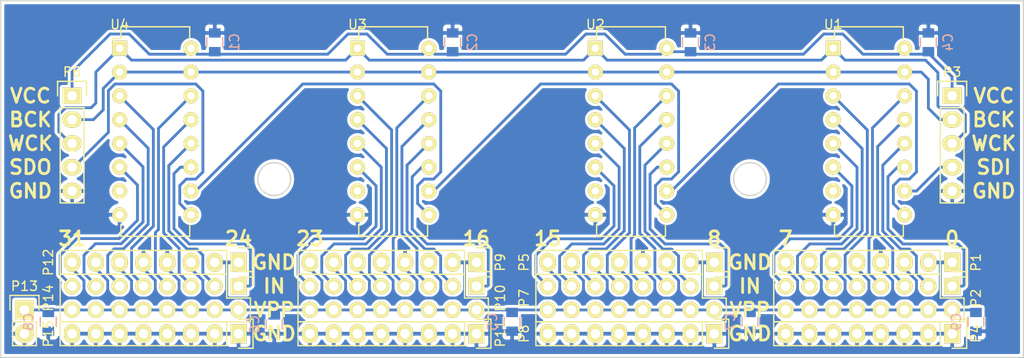
<source format=kicad_pcb>
(kicad_pcb (version 4) (host pcbnew 4.0.2+dfsg1-stable)
  (layers (0 F.Cu signal) (31 B.Cu signal) (34 B.Paste user) (35 F.Paste user) (36 B.SilkS user) (37 F.SilkS user) (38 B.Mask user) (39 F.Mask user) (44 Edge.Cuts user))
  (net 0 "")
  (net 1 /WCK)
  (net 2 /BCK)
  (net 3 /IN4)
  (net 4 /IN5)
  (net 5 /IN6)
  (net 6 /IN7)
  (net 7 GND)
  (net 8 "Net-(U1-Pad9)")
  (net 9 /IN0)
  (net 10 /IN1)
  (net 11 /IN2)
  (net 12 /IN3)
  (net 13 VCC)
  (net 14 /IN12)
  (net 15 /IN13)
  (net 16 /IN14)
  (net 17 /IN15)
  (net 18 "Net-(U2-Pad9)")
  (net 19 /IN8)
  (net 20 /IN9)
  (net 21 /IN10)
  (net 22 /IN11)
  (net 23 /IN20)
  (net 24 /IN21)
  (net 25 /IN22)
  (net 26 /IN23)
  (net 27 "Net-(U3-Pad9)")
  (net 28 /IN16)
  (net 29 /IN17)
  (net 30 /IN18)
  (net 31 /IN19)
  (net 32 /IN28)
  (net 33 /IN29)
  (net 34 /IN30)
  (net 35 /IN31)
  (net 36 /SDO)
  (net 37 /IN24)
  (net 38 /IN25)
  (net 39 /IN26)
  (net 40 /IN27)
  (net 41 VPP)
  (net 42 /SDI)
  (module Capacitors_SMD:C_0805 (layer B.Cu) (at 99.06 106.045 90)
    (fp_text reference C1 (at 0 2.1 90) (layer B.SilkS) (effects (justify mirror)))
    (fp_text value 10uF)
    (pad 1 smd rect (at -1 0 90) (size 1 1.25) (layers B.Cu B.Paste B.Mask) (net 13 VCC))
    (pad 2 smd rect (at 1 0 90) (size 1 1.25) (layers B.Cu B.Paste B.Mask) (net 7 GND))
  )
  (module Capacitors_SMD:C_0805 (layer B.Cu) (at 124.46 106.045 90)
    (fp_text reference C2 (at 0 2.1 90) (layer B.SilkS) (effects (justify mirror)))
    (fp_text value 10uF)
    (pad 1 smd rect (at -1 0 90) (size 1 1.25) (layers B.Cu B.Paste B.Mask) (net 13 VCC))
    (pad 2 smd rect (at 1 0 90) (size 1 1.25) (layers B.Cu B.Paste B.Mask) (net 7 GND))
  )
  (module Capacitors_SMD:C_0805 (layer B.Cu) (at 149.86 106.045 90)
    (fp_text reference C3 (at 0 2.1 90) (layer B.SilkS) (effects (justify mirror)))
    (fp_text value 10uF)
    (pad 1 smd rect (at -1 0 90) (size 1 1.25) (layers B.Cu B.Paste B.Mask) (net 13 VCC))
    (pad 2 smd rect (at 1 0 90) (size 1 1.25) (layers B.Cu B.Paste B.Mask) (net 7 GND))
  )
  (module Capacitors_SMD:C_0805 (layer B.Cu) (at 175.26 106.045 90)
    (fp_text reference C4 (at 0 2.1 90) (layer B.SilkS) (effects (justify mirror)))
    (fp_text value 10uF)
    (pad 1 smd rect (at -1 0 90) (size 1 1.25) (layers B.Cu B.Paste B.Mask) (net 13 VCC))
    (pad 2 smd rect (at 1 0 90) (size 1 1.25) (layers B.Cu B.Paste B.Mask) (net 7 GND))
  )
  (module Capacitors_SMD:C_0805 (layer B.Cu) (at 130.81 135.89 270)
    (fp_text reference C5 (at 0 2.1 270) (layer B.SilkS) (effects (justify mirror)))
    (fp_text value 10uF)
    (pad 1 smd rect (at -1 0 270) (size 1 1.25) (layers B.Cu B.Paste B.Mask) (net 41 VPP))
    (pad 2 smd rect (at 1 0 270) (size 1 1.25) (layers B.Cu B.Paste B.Mask) (net 7 GND))
  )
  (module Capacitors_SMD:C_0805 (layer B.Cu) (at 105.41 136.16 270)
    (fp_text reference C6 (at 0 2.1 270) (layer B.SilkS) (effects (justify mirror)))
    (fp_text value 10uF)
    (pad 1 smd rect (at -1 0 270) (size 1 1.25) (layers B.Cu B.Paste B.Mask) (net 41 VPP))
    (pad 2 smd rect (at 1 0 270) (size 1 1.25) (layers B.Cu B.Paste B.Mask) (net 7 GND))
  )
  (module Capacitors_SMD:C_0805 (layer B.Cu) (at 156.21 135.89 270)
    (fp_text reference C7 (at 0 2.1 270) (layer B.SilkS) (effects (justify mirror)))
    (fp_text value 10uF)
    (pad 1 smd rect (at -1 0 270) (size 1 1.25) (layers B.Cu B.Paste B.Mask) (net 41 VPP))
    (pad 2 smd rect (at 1 0 270) (size 1 1.25) (layers B.Cu B.Paste B.Mask) (net 7 GND))
  )
  (module Capacitors_SMD:C_0805 (layer B.Cu) (at 81.28 135.89 270)
    (fp_text reference C8 (at 0 2.1 270) (layer B.SilkS) (effects (justify mirror)))
    (fp_text value 10uF)
    (pad 1 smd rect (at -1 0 270) (size 1 1.25) (layers B.Cu B.Paste B.Mask) (net 41 VPP))
    (pad 2 smd rect (at 1 0 270) (size 1 1.25) (layers B.Cu B.Paste B.Mask) (net 7 GND))
  )
  (module Pin_Headers:Pin_Header_Straight_1x08 (layer F.Cu) (at 177.8 129.54 270)
    (fp_text reference P1 (at 0 -2.54 450) (layer F.SilkS))
    (fp_text value CONN_01X08)
    (pad 1 thru_hole rect (at 0 0 270) (size 2.032 1.7272) (drill 1.016) (layers *.Cu *.Mask F.SilkS) (net 7 GND))
    (pad 2 thru_hole oval (at 0 2.54 270) (size 2.032 1.7272) (drill 1.016) (layers *.Cu *.Mask F.SilkS) (net 7 GND))
    (pad 3 thru_hole oval (at 0 5.08 270) (size 2.032 1.7272) (drill 1.016) (layers *.Cu *.Mask F.SilkS) (net 7 GND))
    (pad 4 thru_hole oval (at 0 7.62 270) (size 2.032 1.7272) (drill 1.016) (layers *.Cu *.Mask F.SilkS) (net 7 GND))
    (pad 5 thru_hole oval (at 0 10.16 270) (size 2.032 1.7272) (drill 1.016) (layers *.Cu *.Mask F.SilkS) (net 7 GND))
    (pad 6 thru_hole oval (at 0 12.7 270) (size 2.032 1.7272) (drill 1.016) (layers *.Cu *.Mask F.SilkS) (net 7 GND))
    (pad 7 thru_hole oval (at 0 15.24 270) (size 2.032 1.7272) (drill 1.016) (layers *.Cu *.Mask F.SilkS) (net 7 GND))
    (pad 8 thru_hole oval (at 0 17.78 270) (size 2.032 1.7272) (drill 1.016) (layers *.Cu *.Mask F.SilkS) (net 7 GND))
  )
  (module Pin_Headers:Pin_Header_Straight_2x08 (layer F.Cu) (at 177.8 132.08 270)
    (fp_text reference P2 (at 1.27 -2.54 450) (layer F.SilkS))
    (fp_text value CONN_02X08)
    (pad 1 thru_hole rect (at 0 0 270) (size 1.7272 1.7272) (drill 1.016) (layers *.Cu *.Mask F.SilkS) (net 9 /IN0))
    (pad 2 thru_hole oval (at 2.54 0 270) (size 1.7272 1.7272) (drill 1.016) (layers *.Cu *.Mask F.SilkS) (net 41 VPP))
    (pad 3 thru_hole oval (at 0 2.54 270) (size 1.7272 1.7272) (drill 1.016) (layers *.Cu *.Mask F.SilkS) (net 10 /IN1))
    (pad 4 thru_hole oval (at 2.54 2.54 270) (size 1.7272 1.7272) (drill 1.016) (layers *.Cu *.Mask F.SilkS) (net 41 VPP))
    (pad 5 thru_hole oval (at 0 5.08 270) (size 1.7272 1.7272) (drill 1.016) (layers *.Cu *.Mask F.SilkS) (net 11 /IN2))
    (pad 6 thru_hole oval (at 2.54 5.08 270) (size 1.7272 1.7272) (drill 1.016) (layers *.Cu *.Mask F.SilkS) (net 41 VPP))
    (pad 7 thru_hole oval (at 0 7.62 270) (size 1.7272 1.7272) (drill 1.016) (layers *.Cu *.Mask F.SilkS) (net 12 /IN3))
    (pad 8 thru_hole oval (at 2.54 7.62 270) (size 1.7272 1.7272) (drill 1.016) (layers *.Cu *.Mask F.SilkS) (net 41 VPP))
    (pad 9 thru_hole oval (at 0 10.16 270) (size 1.7272 1.7272) (drill 1.016) (layers *.Cu *.Mask F.SilkS) (net 3 /IN4))
    (pad 10 thru_hole oval (at 2.54 10.16 270) (size 1.7272 1.7272) (drill 1.016) (layers *.Cu *.Mask F.SilkS) (net 41 VPP))
    (pad 11 thru_hole oval (at 0 12.7 270) (size 1.7272 1.7272) (drill 1.016) (layers *.Cu *.Mask F.SilkS) (net 4 /IN5))
    (pad 12 thru_hole oval (at 2.54 12.7 270) (size 1.7272 1.7272) (drill 1.016) (layers *.Cu *.Mask F.SilkS) (net 41 VPP))
    (pad 13 thru_hole oval (at 0 15.24 270) (size 1.7272 1.7272) (drill 1.016) (layers *.Cu *.Mask F.SilkS) (net 5 /IN6))
    (pad 14 thru_hole oval (at 2.54 15.24 270) (size 1.7272 1.7272) (drill 1.016) (layers *.Cu *.Mask F.SilkS) (net 41 VPP))
    (pad 15 thru_hole oval (at 0 17.78 270) (size 1.7272 1.7272) (drill 1.016) (layers *.Cu *.Mask F.SilkS) (net 6 /IN7))
    (pad 16 thru_hole oval (at 2.54 17.78 270) (size 1.7272 1.7272) (drill 1.016) (layers *.Cu *.Mask F.SilkS) (net 41 VPP))
  )
  (module Pin_Headers:Pin_Header_Straight_1x05 (layer F.Cu) (at 177.8 111.76)
    (fp_text reference P3 (at 0 -2.54) (layer F.SilkS))
    (fp_text value EXPANSION)
    (pad 1 thru_hole rect (at 0 0) (size 2.032 1.7272) (drill 1.016) (layers *.Cu *.Mask F.SilkS) (net 13 VCC))
    (pad 2 thru_hole oval (at 0 2.54) (size 2.032 1.7272) (drill 1.016) (layers *.Cu *.Mask F.SilkS) (net 2 /BCK))
    (pad 3 thru_hole oval (at 0 5.08) (size 2.032 1.7272) (drill 1.016) (layers *.Cu *.Mask F.SilkS) (net 1 /WCK))
    (pad 4 thru_hole oval (at 0 7.62) (size 2.032 1.7272) (drill 1.016) (layers *.Cu *.Mask F.SilkS) (net 42 /SDI))
    (pad 5 thru_hole oval (at 0 10.16) (size 2.032 1.7272) (drill 1.016) (layers *.Cu *.Mask F.SilkS) (net 7 GND))
  )
  (module Pin_Headers:Pin_Header_Straight_1x08 (layer F.Cu) (at 177.8 137.16 270)
    (fp_text reference P4 (at 0 -2.54 450) (layer F.SilkS))
    (fp_text value CONN_01X08)
    (pad 1 thru_hole rect (at 0 0 270) (size 2.032 1.7272) (drill 1.016) (layers *.Cu *.Mask F.SilkS) (net 7 GND))
    (pad 2 thru_hole oval (at 0 2.54 270) (size 2.032 1.7272) (drill 1.016) (layers *.Cu *.Mask F.SilkS) (net 7 GND))
    (pad 3 thru_hole oval (at 0 5.08 270) (size 2.032 1.7272) (drill 1.016) (layers *.Cu *.Mask F.SilkS) (net 7 GND))
    (pad 4 thru_hole oval (at 0 7.62 270) (size 2.032 1.7272) (drill 1.016) (layers *.Cu *.Mask F.SilkS) (net 7 GND))
    (pad 5 thru_hole oval (at 0 10.16 270) (size 2.032 1.7272) (drill 1.016) (layers *.Cu *.Mask F.SilkS) (net 7 GND))
    (pad 6 thru_hole oval (at 0 12.7 270) (size 2.032 1.7272) (drill 1.016) (layers *.Cu *.Mask F.SilkS) (net 7 GND))
    (pad 7 thru_hole oval (at 0 15.24 270) (size 2.032 1.7272) (drill 1.016) (layers *.Cu *.Mask F.SilkS) (net 7 GND))
    (pad 8 thru_hole oval (at 0 17.78 270) (size 2.032 1.7272) (drill 1.016) (layers *.Cu *.Mask F.SilkS) (net 7 GND))
  )
  (module Pin_Headers:Pin_Header_Straight_1x08 (layer F.Cu) (at 152.4 129.54 270)
    (fp_text reference P5 (at 0 20.32 450) (layer F.SilkS))
    (fp_text value CONN_01X08)
    (pad 1 thru_hole rect (at 0 0 270) (size 2.032 1.7272) (drill 1.016) (layers *.Cu *.Mask F.SilkS) (net 7 GND))
    (pad 2 thru_hole oval (at 0 2.54 270) (size 2.032 1.7272) (drill 1.016) (layers *.Cu *.Mask F.SilkS) (net 7 GND))
    (pad 3 thru_hole oval (at 0 5.08 270) (size 2.032 1.7272) (drill 1.016) (layers *.Cu *.Mask F.SilkS) (net 7 GND))
    (pad 4 thru_hole oval (at 0 7.62 270) (size 2.032 1.7272) (drill 1.016) (layers *.Cu *.Mask F.SilkS) (net 7 GND))
    (pad 5 thru_hole oval (at 0 10.16 270) (size 2.032 1.7272) (drill 1.016) (layers *.Cu *.Mask F.SilkS) (net 7 GND))
    (pad 6 thru_hole oval (at 0 12.7 270) (size 2.032 1.7272) (drill 1.016) (layers *.Cu *.Mask F.SilkS) (net 7 GND))
    (pad 7 thru_hole oval (at 0 15.24 270) (size 2.032 1.7272) (drill 1.016) (layers *.Cu *.Mask F.SilkS) (net 7 GND))
    (pad 8 thru_hole oval (at 0 17.78 270) (size 2.032 1.7272) (drill 1.016) (layers *.Cu *.Mask F.SilkS) (net 7 GND))
  )
  (module Pin_Headers:Pin_Header_Straight_1x05 (layer F.Cu) (at 83.82 111.76)
    (fp_text reference P6 (at 0 -2.54) (layer F.SilkS))
    (fp_text value OUTPUT)
    (pad 1 thru_hole rect (at 0 0) (size 2.032 1.7272) (drill 1.016) (layers *.Cu *.Mask F.SilkS) (net 13 VCC))
    (pad 2 thru_hole oval (at 0 2.54) (size 2.032 1.7272) (drill 1.016) (layers *.Cu *.Mask F.SilkS) (net 2 /BCK))
    (pad 3 thru_hole oval (at 0 5.08) (size 2.032 1.7272) (drill 1.016) (layers *.Cu *.Mask F.SilkS) (net 1 /WCK))
    (pad 4 thru_hole oval (at 0 7.62) (size 2.032 1.7272) (drill 1.016) (layers *.Cu *.Mask F.SilkS) (net 36 /SDO))
    (pad 5 thru_hole oval (at 0 10.16) (size 2.032 1.7272) (drill 1.016) (layers *.Cu *.Mask F.SilkS) (net 7 GND))
  )
  (module Pin_Headers:Pin_Header_Straight_2x08 (layer F.Cu) (at 152.4 132.08 270)
    (fp_text reference P7 (at 1.27 20.32 450) (layer F.SilkS))
    (fp_text value CONN_02X08)
    (pad 1 thru_hole rect (at 0 0 270) (size 1.7272 1.7272) (drill 1.016) (layers *.Cu *.Mask F.SilkS) (net 19 /IN8))
    (pad 2 thru_hole oval (at 2.54 0 270) (size 1.7272 1.7272) (drill 1.016) (layers *.Cu *.Mask F.SilkS) (net 41 VPP))
    (pad 3 thru_hole oval (at 0 2.54 270) (size 1.7272 1.7272) (drill 1.016) (layers *.Cu *.Mask F.SilkS) (net 20 /IN9))
    (pad 4 thru_hole oval (at 2.54 2.54 270) (size 1.7272 1.7272) (drill 1.016) (layers *.Cu *.Mask F.SilkS) (net 41 VPP))
    (pad 5 thru_hole oval (at 0 5.08 270) (size 1.7272 1.7272) (drill 1.016) (layers *.Cu *.Mask F.SilkS) (net 21 /IN10))
    (pad 6 thru_hole oval (at 2.54 5.08 270) (size 1.7272 1.7272) (drill 1.016) (layers *.Cu *.Mask F.SilkS) (net 41 VPP))
    (pad 7 thru_hole oval (at 0 7.62 270) (size 1.7272 1.7272) (drill 1.016) (layers *.Cu *.Mask F.SilkS) (net 22 /IN11))
    (pad 8 thru_hole oval (at 2.54 7.62 270) (size 1.7272 1.7272) (drill 1.016) (layers *.Cu *.Mask F.SilkS) (net 41 VPP))
    (pad 9 thru_hole oval (at 0 10.16 270) (size 1.7272 1.7272) (drill 1.016) (layers *.Cu *.Mask F.SilkS) (net 14 /IN12))
    (pad 10 thru_hole oval (at 2.54 10.16 270) (size 1.7272 1.7272) (drill 1.016) (layers *.Cu *.Mask F.SilkS) (net 41 VPP))
    (pad 11 thru_hole oval (at 0 12.7 270) (size 1.7272 1.7272) (drill 1.016) (layers *.Cu *.Mask F.SilkS) (net 15 /IN13))
    (pad 12 thru_hole oval (at 2.54 12.7 270) (size 1.7272 1.7272) (drill 1.016) (layers *.Cu *.Mask F.SilkS) (net 41 VPP))
    (pad 13 thru_hole oval (at 0 15.24 270) (size 1.7272 1.7272) (drill 1.016) (layers *.Cu *.Mask F.SilkS) (net 16 /IN14))
    (pad 14 thru_hole oval (at 2.54 15.24 270) (size 1.7272 1.7272) (drill 1.016) (layers *.Cu *.Mask F.SilkS) (net 41 VPP))
    (pad 15 thru_hole oval (at 0 17.78 270) (size 1.7272 1.7272) (drill 1.016) (layers *.Cu *.Mask F.SilkS) (net 17 /IN15))
    (pad 16 thru_hole oval (at 2.54 17.78 270) (size 1.7272 1.7272) (drill 1.016) (layers *.Cu *.Mask F.SilkS) (net 41 VPP))
  )
  (module Pin_Headers:Pin_Header_Straight_1x08 (layer F.Cu) (at 152.4 137.16 270)
    (fp_text reference P8 (at 0 20.32 450) (layer F.SilkS))
    (fp_text value CONN_01X08)
    (pad 1 thru_hole rect (at 0 0 270) (size 2.032 1.7272) (drill 1.016) (layers *.Cu *.Mask F.SilkS) (net 7 GND))
    (pad 2 thru_hole oval (at 0 2.54 270) (size 2.032 1.7272) (drill 1.016) (layers *.Cu *.Mask F.SilkS) (net 7 GND))
    (pad 3 thru_hole oval (at 0 5.08 270) (size 2.032 1.7272) (drill 1.016) (layers *.Cu *.Mask F.SilkS) (net 7 GND))
    (pad 4 thru_hole oval (at 0 7.62 270) (size 2.032 1.7272) (drill 1.016) (layers *.Cu *.Mask F.SilkS) (net 7 GND))
    (pad 5 thru_hole oval (at 0 10.16 270) (size 2.032 1.7272) (drill 1.016) (layers *.Cu *.Mask F.SilkS) (net 7 GND))
    (pad 6 thru_hole oval (at 0 12.7 270) (size 2.032 1.7272) (drill 1.016) (layers *.Cu *.Mask F.SilkS) (net 7 GND))
    (pad 7 thru_hole oval (at 0 15.24 270) (size 2.032 1.7272) (drill 1.016) (layers *.Cu *.Mask F.SilkS) (net 7 GND))
    (pad 8 thru_hole oval (at 0 17.78 270) (size 2.032 1.7272) (drill 1.016) (layers *.Cu *.Mask F.SilkS) (net 7 GND))
  )
  (module Pin_Headers:Pin_Header_Straight_1x08 (layer F.Cu) (at 127 129.54 270)
    (fp_text reference P9 (at 0 -2.54 270) (layer F.SilkS))
    (fp_text value CONN_01X08)
    (pad 1 thru_hole rect (at 0 0 270) (size 2.032 1.7272) (drill 1.016) (layers *.Cu *.Mask F.SilkS) (net 7 GND))
    (pad 2 thru_hole oval (at 0 2.54 270) (size 2.032 1.7272) (drill 1.016) (layers *.Cu *.Mask F.SilkS) (net 7 GND))
    (pad 3 thru_hole oval (at 0 5.08 270) (size 2.032 1.7272) (drill 1.016) (layers *.Cu *.Mask F.SilkS) (net 7 GND))
    (pad 4 thru_hole oval (at 0 7.62 270) (size 2.032 1.7272) (drill 1.016) (layers *.Cu *.Mask F.SilkS) (net 7 GND))
    (pad 5 thru_hole oval (at 0 10.16 270) (size 2.032 1.7272) (drill 1.016) (layers *.Cu *.Mask F.SilkS) (net 7 GND))
    (pad 6 thru_hole oval (at 0 12.7 270) (size 2.032 1.7272) (drill 1.016) (layers *.Cu *.Mask F.SilkS) (net 7 GND))
    (pad 7 thru_hole oval (at 0 15.24 270) (size 2.032 1.7272) (drill 1.016) (layers *.Cu *.Mask F.SilkS) (net 7 GND))
    (pad 8 thru_hole oval (at 0 17.78 270) (size 2.032 1.7272) (drill 1.016) (layers *.Cu *.Mask F.SilkS) (net 7 GND))
  )
  (module Pin_Headers:Pin_Header_Straight_2x08 (layer F.Cu) (at 127 132.08 270)
    (fp_text reference P10 (at 1.27 -2.54 450) (layer F.SilkS))
    (fp_text value CONN_02X08)
    (pad 1 thru_hole rect (at 0 0 270) (size 1.7272 1.7272) (drill 1.016) (layers *.Cu *.Mask F.SilkS) (net 28 /IN16))
    (pad 2 thru_hole oval (at 2.54 0 270) (size 1.7272 1.7272) (drill 1.016) (layers *.Cu *.Mask F.SilkS) (net 41 VPP))
    (pad 3 thru_hole oval (at 0 2.54 270) (size 1.7272 1.7272) (drill 1.016) (layers *.Cu *.Mask F.SilkS) (net 29 /IN17))
    (pad 4 thru_hole oval (at 2.54 2.54 270) (size 1.7272 1.7272) (drill 1.016) (layers *.Cu *.Mask F.SilkS) (net 41 VPP))
    (pad 5 thru_hole oval (at 0 5.08 270) (size 1.7272 1.7272) (drill 1.016) (layers *.Cu *.Mask F.SilkS) (net 30 /IN18))
    (pad 6 thru_hole oval (at 2.54 5.08 270) (size 1.7272 1.7272) (drill 1.016) (layers *.Cu *.Mask F.SilkS) (net 41 VPP))
    (pad 7 thru_hole oval (at 0 7.62 270) (size 1.7272 1.7272) (drill 1.016) (layers *.Cu *.Mask F.SilkS) (net 31 /IN19))
    (pad 8 thru_hole oval (at 2.54 7.62 270) (size 1.7272 1.7272) (drill 1.016) (layers *.Cu *.Mask F.SilkS) (net 41 VPP))
    (pad 9 thru_hole oval (at 0 10.16 270) (size 1.7272 1.7272) (drill 1.016) (layers *.Cu *.Mask F.SilkS) (net 23 /IN20))
    (pad 10 thru_hole oval (at 2.54 10.16 270) (size 1.7272 1.7272) (drill 1.016) (layers *.Cu *.Mask F.SilkS) (net 41 VPP))
    (pad 11 thru_hole oval (at 0 12.7 270) (size 1.7272 1.7272) (drill 1.016) (layers *.Cu *.Mask F.SilkS) (net 24 /IN21))
    (pad 12 thru_hole oval (at 2.54 12.7 270) (size 1.7272 1.7272) (drill 1.016) (layers *.Cu *.Mask F.SilkS) (net 41 VPP))
    (pad 13 thru_hole oval (at 0 15.24 270) (size 1.7272 1.7272) (drill 1.016) (layers *.Cu *.Mask F.SilkS) (net 25 /IN22))
    (pad 14 thru_hole oval (at 2.54 15.24 270) (size 1.7272 1.7272) (drill 1.016) (layers *.Cu *.Mask F.SilkS) (net 41 VPP))
    (pad 15 thru_hole oval (at 0 17.78 270) (size 1.7272 1.7272) (drill 1.016) (layers *.Cu *.Mask F.SilkS) (net 26 /IN23))
    (pad 16 thru_hole oval (at 2.54 17.78 270) (size 1.7272 1.7272) (drill 1.016) (layers *.Cu *.Mask F.SilkS) (net 41 VPP))
  )
  (module Pin_Headers:Pin_Header_Straight_1x08 (layer F.Cu) (at 127 137.16 270)
    (fp_text reference P11 (at 0 -2.54 450) (layer F.SilkS))
    (fp_text value CONN_01X08)
    (pad 1 thru_hole rect (at 0 0 270) (size 2.032 1.7272) (drill 1.016) (layers *.Cu *.Mask F.SilkS) (net 7 GND))
    (pad 2 thru_hole oval (at 0 2.54 270) (size 2.032 1.7272) (drill 1.016) (layers *.Cu *.Mask F.SilkS) (net 7 GND))
    (pad 3 thru_hole oval (at 0 5.08 270) (size 2.032 1.7272) (drill 1.016) (layers *.Cu *.Mask F.SilkS) (net 7 GND))
    (pad 4 thru_hole oval (at 0 7.62 270) (size 2.032 1.7272) (drill 1.016) (layers *.Cu *.Mask F.SilkS) (net 7 GND))
    (pad 5 thru_hole oval (at 0 10.16 270) (size 2.032 1.7272) (drill 1.016) (layers *.Cu *.Mask F.SilkS) (net 7 GND))
    (pad 6 thru_hole oval (at 0 12.7 270) (size 2.032 1.7272) (drill 1.016) (layers *.Cu *.Mask F.SilkS) (net 7 GND))
    (pad 7 thru_hole oval (at 0 15.24 270) (size 2.032 1.7272) (drill 1.016) (layers *.Cu *.Mask F.SilkS) (net 7 GND))
    (pad 8 thru_hole oval (at 0 17.78 270) (size 2.032 1.7272) (drill 1.016) (layers *.Cu *.Mask F.SilkS) (net 7 GND))
  )
  (module Pin_Headers:Pin_Header_Straight_1x08 (layer F.Cu) (at 101.6 129.54 270)
    (fp_text reference P12 (at 0 20.32 450) (layer F.SilkS))
    (fp_text value CONN_01X08)
    (pad 1 thru_hole rect (at 0 0 270) (size 2.032 1.7272) (drill 1.016) (layers *.Cu *.Mask F.SilkS) (net 7 GND))
    (pad 2 thru_hole oval (at 0 2.54 270) (size 2.032 1.7272) (drill 1.016) (layers *.Cu *.Mask F.SilkS) (net 7 GND))
    (pad 3 thru_hole oval (at 0 5.08 270) (size 2.032 1.7272) (drill 1.016) (layers *.Cu *.Mask F.SilkS) (net 7 GND))
    (pad 4 thru_hole oval (at 0 7.62 270) (size 2.032 1.7272) (drill 1.016) (layers *.Cu *.Mask F.SilkS) (net 7 GND))
    (pad 5 thru_hole oval (at 0 10.16 270) (size 2.032 1.7272) (drill 1.016) (layers *.Cu *.Mask F.SilkS) (net 7 GND))
    (pad 6 thru_hole oval (at 0 12.7 270) (size 2.032 1.7272) (drill 1.016) (layers *.Cu *.Mask F.SilkS) (net 7 GND))
    (pad 7 thru_hole oval (at 0 15.24 270) (size 2.032 1.7272) (drill 1.016) (layers *.Cu *.Mask F.SilkS) (net 7 GND))
    (pad 8 thru_hole oval (at 0 17.78 270) (size 2.032 1.7272) (drill 1.016) (layers *.Cu *.Mask F.SilkS) (net 7 GND))
  )
  (module Pin_Headers:Pin_Header_Straight_1x02 (layer F.Cu) (at 78.74 134.62)
    (fp_text reference P13 (at 0 -2.54) (layer F.SilkS))
    (fp_text value CONN_01X02)
    (pad 1 thru_hole rect (at 0 0) (size 2.032 2.032) (drill 1.016) (layers *.Cu *.Mask F.SilkS) (net 41 VPP))
    (pad 2 thru_hole oval (at 0 2.54) (size 2.032 2.032) (drill 1.016) (layers *.Cu *.Mask F.SilkS) (net 7 GND))
  )
  (module Pin_Headers:Pin_Header_Straight_2x08 (layer F.Cu) (at 101.6 132.08 270)
    (fp_text reference P14 (at 1.27 20.32 270) (layer F.SilkS))
    (fp_text value CONN_02X08)
    (pad 1 thru_hole rect (at 0 0 270) (size 1.7272 1.7272) (drill 1.016) (layers *.Cu *.Mask F.SilkS) (net 37 /IN24))
    (pad 2 thru_hole oval (at 2.54 0 270) (size 1.7272 1.7272) (drill 1.016) (layers *.Cu *.Mask F.SilkS) (net 41 VPP))
    (pad 3 thru_hole oval (at 0 2.54 270) (size 1.7272 1.7272) (drill 1.016) (layers *.Cu *.Mask F.SilkS) (net 38 /IN25))
    (pad 4 thru_hole oval (at 2.54 2.54 270) (size 1.7272 1.7272) (drill 1.016) (layers *.Cu *.Mask F.SilkS) (net 41 VPP))
    (pad 5 thru_hole oval (at 0 5.08 270) (size 1.7272 1.7272) (drill 1.016) (layers *.Cu *.Mask F.SilkS) (net 39 /IN26))
    (pad 6 thru_hole oval (at 2.54 5.08 270) (size 1.7272 1.7272) (drill 1.016) (layers *.Cu *.Mask F.SilkS) (net 41 VPP))
    (pad 7 thru_hole oval (at 0 7.62 270) (size 1.7272 1.7272) (drill 1.016) (layers *.Cu *.Mask F.SilkS) (net 40 /IN27))
    (pad 8 thru_hole oval (at 2.54 7.62 270) (size 1.7272 1.7272) (drill 1.016) (layers *.Cu *.Mask F.SilkS) (net 41 VPP))
    (pad 9 thru_hole oval (at 0 10.16 270) (size 1.7272 1.7272) (drill 1.016) (layers *.Cu *.Mask F.SilkS) (net 32 /IN28))
    (pad 10 thru_hole oval (at 2.54 10.16 270) (size 1.7272 1.7272) (drill 1.016) (layers *.Cu *.Mask F.SilkS) (net 41 VPP))
    (pad 11 thru_hole oval (at 0 12.7 270) (size 1.7272 1.7272) (drill 1.016) (layers *.Cu *.Mask F.SilkS) (net 33 /IN29))
    (pad 12 thru_hole oval (at 2.54 12.7 270) (size 1.7272 1.7272) (drill 1.016) (layers *.Cu *.Mask F.SilkS) (net 41 VPP))
    (pad 13 thru_hole oval (at 0 15.24 270) (size 1.7272 1.7272) (drill 1.016) (layers *.Cu *.Mask F.SilkS) (net 34 /IN30))
    (pad 14 thru_hole oval (at 2.54 15.24 270) (size 1.7272 1.7272) (drill 1.016) (layers *.Cu *.Mask F.SilkS) (net 41 VPP))
    (pad 15 thru_hole oval (at 0 17.78 270) (size 1.7272 1.7272) (drill 1.016) (layers *.Cu *.Mask F.SilkS) (net 35 /IN31))
    (pad 16 thru_hole oval (at 2.54 17.78 270) (size 1.7272 1.7272) (drill 1.016) (layers *.Cu *.Mask F.SilkS) (net 41 VPP))
  )
  (module Pin_Headers:Pin_Header_Straight_1x08 (layer F.Cu) (at 101.6 137.16 270)
    (fp_text reference P15 (at 0 20.32 270) (layer F.SilkS))
    (fp_text value CONN_01X08)
    (pad 1 thru_hole rect (at 0 0 270) (size 2.032 1.7272) (drill 1.016) (layers *.Cu *.Mask F.SilkS) (net 7 GND))
    (pad 2 thru_hole oval (at 0 2.54 270) (size 2.032 1.7272) (drill 1.016) (layers *.Cu *.Mask F.SilkS) (net 7 GND))
    (pad 3 thru_hole oval (at 0 5.08 270) (size 2.032 1.7272) (drill 1.016) (layers *.Cu *.Mask F.SilkS) (net 7 GND))
    (pad 4 thru_hole oval (at 0 7.62 270) (size 2.032 1.7272) (drill 1.016) (layers *.Cu *.Mask F.SilkS) (net 7 GND))
    (pad 5 thru_hole oval (at 0 10.16 270) (size 2.032 1.7272) (drill 1.016) (layers *.Cu *.Mask F.SilkS) (net 7 GND))
    (pad 6 thru_hole oval (at 0 12.7 270) (size 2.032 1.7272) (drill 1.016) (layers *.Cu *.Mask F.SilkS) (net 7 GND))
    (pad 7 thru_hole oval (at 0 15.24 270) (size 2.032 1.7272) (drill 1.016) (layers *.Cu *.Mask F.SilkS) (net 7 GND))
    (pad 8 thru_hole oval (at 0 17.78 270) (size 2.032 1.7272) (drill 1.016) (layers *.Cu *.Mask F.SilkS) (net 7 GND))
  )
  (module Housings_DIP:DIP-16_W7.62mm (layer F.Cu) (at 165.1 106.68)
    (fp_text reference U1 (at 0 -2.54) (layer F.SilkS))
    (fp_text value 74HC165)
    (pad 1 thru_hole rect (at 0 0) (size 1.6 1.6) (drill 0.8) (layers *.Cu *.Mask F.SilkS) (net 1 /WCK))
    (pad 2 thru_hole oval (at 0 2.54) (size 1.6 1.6) (drill 0.8) (layers *.Cu *.Mask F.SilkS) (net 2 /BCK))
    (pad 3 thru_hole oval (at 0 5.08) (size 1.6 1.6) (drill 0.8) (layers *.Cu *.Mask F.SilkS) (net 3 /IN4))
    (pad 4 thru_hole oval (at 0 7.62) (size 1.6 1.6) (drill 0.8) (layers *.Cu *.Mask F.SilkS) (net 4 /IN5))
    (pad 5 thru_hole oval (at 0 10.16) (size 1.6 1.6) (drill 0.8) (layers *.Cu *.Mask F.SilkS) (net 5 /IN6))
    (pad 6 thru_hole oval (at 0 12.7) (size 1.6 1.6) (drill 0.8) (layers *.Cu *.Mask F.SilkS) (net 6 /IN7))
    (pad 7 thru_hole oval (at 0 15.24) (size 1.6 1.6) (drill 0.8) (layers *.Cu *.Mask F.SilkS))
    (pad 8 thru_hole oval (at 0 17.78) (size 1.6 1.6) (drill 0.8) (layers *.Cu *.Mask F.SilkS) (net 7 GND))
    (pad 9 thru_hole oval (at 7.62 17.78) (size 1.6 1.6) (drill 0.8) (layers *.Cu *.Mask F.SilkS) (net 8 "Net-(U1-Pad9)"))
    (pad 10 thru_hole oval (at 7.62 15.24) (size 1.6 1.6) (drill 0.8) (layers *.Cu *.Mask F.SilkS) (net 42 /SDI))
    (pad 11 thru_hole oval (at 7.62 12.7) (size 1.6 1.6) (drill 0.8) (layers *.Cu *.Mask F.SilkS) (net 9 /IN0))
    (pad 12 thru_hole oval (at 7.62 10.16) (size 1.6 1.6) (drill 0.8) (layers *.Cu *.Mask F.SilkS) (net 10 /IN1))
    (pad 13 thru_hole oval (at 7.62 7.62) (size 1.6 1.6) (drill 0.8) (layers *.Cu *.Mask F.SilkS) (net 11 /IN2))
    (pad 14 thru_hole oval (at 7.62 5.08) (size 1.6 1.6) (drill 0.8) (layers *.Cu *.Mask F.SilkS) (net 12 /IN3))
    (pad 15 thru_hole oval (at 7.62 2.54) (size 1.6 1.6) (drill 0.8) (layers *.Cu *.Mask F.SilkS) (net 2 /BCK))
    (pad 16 thru_hole oval (at 7.62 0) (size 1.6 1.6) (drill 0.8) (layers *.Cu *.Mask F.SilkS) (net 13 VCC))
  )
  (module Housings_DIP:DIP-16_W7.62mm (layer F.Cu) (at 139.7 106.68)
    (fp_text reference U2 (at 0 -2.54) (layer F.SilkS))
    (fp_text value 74HC165)
    (pad 1 thru_hole rect (at 0 0) (size 1.6 1.6) (drill 0.8) (layers *.Cu *.Mask F.SilkS) (net 1 /WCK))
    (pad 2 thru_hole oval (at 0 2.54) (size 1.6 1.6) (drill 0.8) (layers *.Cu *.Mask F.SilkS) (net 2 /BCK))
    (pad 3 thru_hole oval (at 0 5.08) (size 1.6 1.6) (drill 0.8) (layers *.Cu *.Mask F.SilkS) (net 14 /IN12))
    (pad 4 thru_hole oval (at 0 7.62) (size 1.6 1.6) (drill 0.8) (layers *.Cu *.Mask F.SilkS) (net 15 /IN13))
    (pad 5 thru_hole oval (at 0 10.16) (size 1.6 1.6) (drill 0.8) (layers *.Cu *.Mask F.SilkS) (net 16 /IN14))
    (pad 6 thru_hole oval (at 0 12.7) (size 1.6 1.6) (drill 0.8) (layers *.Cu *.Mask F.SilkS) (net 17 /IN15))
    (pad 7 thru_hole oval (at 0 15.24) (size 1.6 1.6) (drill 0.8) (layers *.Cu *.Mask F.SilkS))
    (pad 8 thru_hole oval (at 0 17.78) (size 1.6 1.6) (drill 0.8) (layers *.Cu *.Mask F.SilkS) (net 7 GND))
    (pad 9 thru_hole oval (at 7.62 17.78) (size 1.6 1.6) (drill 0.8) (layers *.Cu *.Mask F.SilkS) (net 18 "Net-(U2-Pad9)"))
    (pad 10 thru_hole oval (at 7.62 15.24) (size 1.6 1.6) (drill 0.8) (layers *.Cu *.Mask F.SilkS) (net 8 "Net-(U1-Pad9)"))
    (pad 11 thru_hole oval (at 7.62 12.7) (size 1.6 1.6) (drill 0.8) (layers *.Cu *.Mask F.SilkS) (net 19 /IN8))
    (pad 12 thru_hole oval (at 7.62 10.16) (size 1.6 1.6) (drill 0.8) (layers *.Cu *.Mask F.SilkS) (net 20 /IN9))
    (pad 13 thru_hole oval (at 7.62 7.62) (size 1.6 1.6) (drill 0.8) (layers *.Cu *.Mask F.SilkS) (net 21 /IN10))
    (pad 14 thru_hole oval (at 7.62 5.08) (size 1.6 1.6) (drill 0.8) (layers *.Cu *.Mask F.SilkS) (net 22 /IN11))
    (pad 15 thru_hole oval (at 7.62 2.54) (size 1.6 1.6) (drill 0.8) (layers *.Cu *.Mask F.SilkS) (net 2 /BCK))
    (pad 16 thru_hole oval (at 7.62 0) (size 1.6 1.6) (drill 0.8) (layers *.Cu *.Mask F.SilkS) (net 13 VCC))
  )
  (module Housings_DIP:DIP-16_W7.62mm (layer F.Cu) (at 114.3 106.68)
    (fp_text reference U3 (at 0 -2.54) (layer F.SilkS))
    (fp_text value 74HC165)
    (pad 1 thru_hole rect (at 0 0) (size 1.6 1.6) (drill 0.8) (layers *.Cu *.Mask F.SilkS) (net 1 /WCK))
    (pad 2 thru_hole oval (at 0 2.54) (size 1.6 1.6) (drill 0.8) (layers *.Cu *.Mask F.SilkS) (net 2 /BCK))
    (pad 3 thru_hole oval (at 0 5.08) (size 1.6 1.6) (drill 0.8) (layers *.Cu *.Mask F.SilkS) (net 23 /IN20))
    (pad 4 thru_hole oval (at 0 7.62) (size 1.6 1.6) (drill 0.8) (layers *.Cu *.Mask F.SilkS) (net 24 /IN21))
    (pad 5 thru_hole oval (at 0 10.16) (size 1.6 1.6) (drill 0.8) (layers *.Cu *.Mask F.SilkS) (net 25 /IN22))
    (pad 6 thru_hole oval (at 0 12.7) (size 1.6 1.6) (drill 0.8) (layers *.Cu *.Mask F.SilkS) (net 26 /IN23))
    (pad 7 thru_hole oval (at 0 15.24) (size 1.6 1.6) (drill 0.8) (layers *.Cu *.Mask F.SilkS))
    (pad 8 thru_hole oval (at 0 17.78) (size 1.6 1.6) (drill 0.8) (layers *.Cu *.Mask F.SilkS) (net 7 GND))
    (pad 9 thru_hole oval (at 7.62 17.78) (size 1.6 1.6) (drill 0.8) (layers *.Cu *.Mask F.SilkS) (net 27 "Net-(U3-Pad9)"))
    (pad 10 thru_hole oval (at 7.62 15.24) (size 1.6 1.6) (drill 0.8) (layers *.Cu *.Mask F.SilkS) (net 18 "Net-(U2-Pad9)"))
    (pad 11 thru_hole oval (at 7.62 12.7) (size 1.6 1.6) (drill 0.8) (layers *.Cu *.Mask F.SilkS) (net 28 /IN16))
    (pad 12 thru_hole oval (at 7.62 10.16) (size 1.6 1.6) (drill 0.8) (layers *.Cu *.Mask F.SilkS) (net 29 /IN17))
    (pad 13 thru_hole oval (at 7.62 7.62) (size 1.6 1.6) (drill 0.8) (layers *.Cu *.Mask F.SilkS) (net 30 /IN18))
    (pad 14 thru_hole oval (at 7.62 5.08) (size 1.6 1.6) (drill 0.8) (layers *.Cu *.Mask F.SilkS) (net 31 /IN19))
    (pad 15 thru_hole oval (at 7.62 2.54) (size 1.6 1.6) (drill 0.8) (layers *.Cu *.Mask F.SilkS) (net 2 /BCK))
    (pad 16 thru_hole oval (at 7.62 0) (size 1.6 1.6) (drill 0.8) (layers *.Cu *.Mask F.SilkS) (net 13 VCC))
  )
  (module Housings_DIP:DIP-16_W7.62mm (layer F.Cu) (at 88.9 106.68)
    (fp_text reference U4 (at 0 -2.54) (layer F.SilkS))
    (fp_text value 74HC165)
    (pad 1 thru_hole rect (at 0 0) (size 1.6 1.6) (drill 0.8) (layers *.Cu *.Mask F.SilkS) (net 1 /WCK))
    (pad 2 thru_hole oval (at 0 2.54) (size 1.6 1.6) (drill 0.8) (layers *.Cu *.Mask F.SilkS) (net 2 /BCK))
    (pad 3 thru_hole oval (at 0 5.08) (size 1.6 1.6) (drill 0.8) (layers *.Cu *.Mask F.SilkS) (net 32 /IN28))
    (pad 4 thru_hole oval (at 0 7.62) (size 1.6 1.6) (drill 0.8) (layers *.Cu *.Mask F.SilkS) (net 33 /IN29))
    (pad 5 thru_hole oval (at 0 10.16) (size 1.6 1.6) (drill 0.8) (layers *.Cu *.Mask F.SilkS) (net 34 /IN30))
    (pad 6 thru_hole oval (at 0 12.7) (size 1.6 1.6) (drill 0.8) (layers *.Cu *.Mask F.SilkS) (net 35 /IN31))
    (pad 7 thru_hole oval (at 0 15.24) (size 1.6 1.6) (drill 0.8) (layers *.Cu *.Mask F.SilkS))
    (pad 8 thru_hole oval (at 0 17.78) (size 1.6 1.6) (drill 0.8) (layers *.Cu *.Mask F.SilkS) (net 7 GND))
    (pad 9 thru_hole oval (at 7.62 17.78) (size 1.6 1.6) (drill 0.8) (layers *.Cu *.Mask F.SilkS) (net 36 /SDO))
    (pad 10 thru_hole oval (at 7.62 15.24) (size 1.6 1.6) (drill 0.8) (layers *.Cu *.Mask F.SilkS) (net 27 "Net-(U3-Pad9)"))
    (pad 11 thru_hole oval (at 7.62 12.7) (size 1.6 1.6) (drill 0.8) (layers *.Cu *.Mask F.SilkS) (net 37 /IN24))
    (pad 12 thru_hole oval (at 7.62 10.16) (size 1.6 1.6) (drill 0.8) (layers *.Cu *.Mask F.SilkS) (net 38 /IN25))
    (pad 13 thru_hole oval (at 7.62 7.62) (size 1.6 1.6) (drill 0.8) (layers *.Cu *.Mask F.SilkS) (net 39 /IN26))
    (pad 14 thru_hole oval (at 7.62 5.08) (size 1.6 1.6) (drill 0.8) (layers *.Cu *.Mask F.SilkS) (net 40 /IN27))
    (pad 15 thru_hole oval (at 7.62 2.54) (size 1.6 1.6) (drill 0.8) (layers *.Cu *.Mask F.SilkS) (net 2 /BCK))
    (pad 16 thru_hole oval (at 7.62 0) (size 1.6 1.6) (drill 0.8) (layers *.Cu *.Mask F.SilkS) (net 13 VCC))
  )
  (module Capacitors_SMD:C_0805 (layer B.Cu) (at 180.34 135.89 270)
    (fp_text reference C9 (at 0 2.1 270) (layer B.SilkS) (effects (justify mirror)))
    (fp_text value 10uF)
    (pad 1 smd rect (at -1 0 270) (size 1 1.25) (layers B.Cu B.Paste B.Mask) (net 41 VPP))
    (pad 2 smd rect (at 1 0 270) (size 1 1.25) (layers B.Cu B.Paste B.Mask) (net 7 GND))
  )
  (gr_text VCC (at 182.245 111.76) (layer F.SilkS) (effects (font (size 1.5 1.5) (thickness 0.3))))
  (gr_text GND (at 182.245 121.92) (layer F.SilkS) (effects (font (size 1.5 1.5) (thickness 0.3))))
  (gr_text SDI (at 182.245 119.38) (layer F.SilkS) (effects (font (size 1.5 1.5) (thickness 0.3))))
  (gr_text WCK (at 182.245 116.84) (layer F.SilkS) (effects (font (size 1.5 1.5) (thickness 0.3))))
  (gr_text BCK (at 182.245 114.3) (layer F.SilkS) (effects (font (size 1.5 1.5) (thickness 0.3))))
  (gr_text GND (at 79.375 121.92) (layer F.SilkS) (effects (font (size 1.5 1.5) (thickness 0.3))))
  (gr_text SDO (at 79.375 119.38) (layer F.SilkS) (effects (font (size 1.5 1.5) (thickness 0.3))))
  (gr_text WCK (at 79.375 116.84) (layer F.SilkS) (effects (font (size 1.5 1.5) (thickness 0.3))))
  (gr_text BCK (at 79.375 114.3) (layer F.SilkS) (effects (font (size 1.5 1.5) (thickness 0.3))))
  (gr_text VCC (at 79.375 111.76) (layer F.SilkS) (effects (font (size 1.5 1.5) (thickness 0.3))))
  (gr_text 0 (at 177.8 127) (layer F.SilkS) (effects (font (size 1.5 1.5) (thickness 0.3))))
  (gr_text 7 (at 160.02 127) (layer F.SilkS) (effects (font (size 1.5 1.5) (thickness 0.3))))
  (gr_text 8 (at 152.4 127) (layer F.SilkS) (effects (font (size 1.5 1.5) (thickness 0.3))))
  (gr_text 15 (at 134.62 127) (layer F.SilkS) (effects (font (size 1.5 1.5) (thickness 0.3))))
  (gr_text 16 (at 127 127) (layer F.SilkS) (effects (font (size 1.5 1.5) (thickness 0.3))))
  (gr_text 23 (at 109.22 127) (layer F.SilkS) (effects (font (size 1.5 1.5) (thickness 0.3))))
  (gr_text 24 (at 101.6 127) (layer F.SilkS) (effects (font (size 1.5 1.5) (thickness 0.3))))
  (gr_text 31 (at 83.82 127) (layer F.SilkS) (effects (font (size 1.5 1.5) (thickness 0.3))))
  (gr_text GND (at 156.21 137.16) (layer F.SilkS) (effects (font (size 1.5 1.5) (thickness 0.3))))
  (gr_text VPP (at 156.21 134.62) (layer F.SilkS) (effects (font (size 1.5 1.5) (thickness 0.3))))
  (gr_text IN (at 156.21 132.08) (layer F.SilkS) (effects (font (size 1.5 1.5) (thickness 0.3))))
  (gr_text GND (at 156.21 129.54) (layer F.SilkS) (effects (font (size 1.5 1.5) (thickness 0.3))))
  (gr_text GND (at 105.41 137.16) (layer F.SilkS) (effects (font (size 1.5 1.5) (thickness 0.3))))
  (gr_text VPP (at 105.41 134.62) (layer F.SilkS) (effects (font (size 1.5 1.5) (thickness 0.3))))
  (gr_text IN (at 105.41 132.08) (layer F.SilkS) (effects (font (size 1.5 1.5) (thickness 0.3))))
  (gr_text GND (at 105.41 129.54) (layer F.SilkS) (effects (font (size 1.5 1.5) (thickness 0.3))))
  (gr_circle (center 156.21 120.65) (end 157.96 120.65) (layer Edge.Cuts) (width 0.15))
  (gr_circle (center 105.41 120.65) (end 107.16 120.65) (layer Edge.Cuts) (width 0.15))
  (gr_line (start 76.2 101.6) (end 185.42 101.6) (layer Edge.Cuts) (width 0.15))
  (gr_line (start 76.2 139.7) (end 76.2 101.6) (layer Edge.Cuts) (width 0.15))
  (gr_line (start 185.42 139.7) (end 76.2 139.7) (layer Edge.Cuts) (width 0.15))
  (gr_line (start 185.42 101.6) (end 185.42 139.7) (layer Edge.Cuts) (width 0.15))
  (segment (start 114.3 106.68) (end 113.03 107.95) (width 0.3) (layer B.Cu) (net 1))
  (segment (start 113.03 107.95) (end 90.17 107.95) (width 0.3) (layer B.Cu) (net 1))
  (segment (start 90.17 107.95) (end 88.9 106.68) (width 0.3) (layer B.Cu) (net 1))
  (segment (start 139.7 106.68) (end 138.43 107.95) (width 0.3) (layer B.Cu) (net 1))
  (segment (start 138.43 107.95) (end 115.57 107.95) (width 0.3) (layer B.Cu) (net 1))
  (segment (start 115.57 107.95) (end 114.3 106.68) (width 0.3) (layer B.Cu) (net 1))
  (segment (start 88.9 106.68) (end 86.36 109.22) (width 0.3) (layer B.Cu) (net 1))
  (segment (start 86.36 109.22) (end 86.36 112.522) (width 0.3) (layer B.Cu) (net 1))
  (segment (start 83.6676 116.84) (end 83.82 116.84) (width 0.3) (layer B.Cu) (net 1))
  (segment (start 86.36 112.522) (end 85.852 113.03) (width 0.3) (layer B.Cu) (net 1))
  (segment (start 85.852 113.03) (end 83.150586 113.03) (width 0.3) (layer B.Cu) (net 1))
  (segment (start 83.150586 113.03) (end 82.40399 113.776596) (width 0.3) (layer B.Cu) (net 1))
  (segment (start 82.40399 113.776596) (end 82.40399 115.57639) (width 0.3) (layer B.Cu) (net 1))
  (segment (start 82.40399 115.57639) (end 83.6676 116.84) (width 0.3) (layer B.Cu) (net 1))
  (segment (start 140.97 107.95) (end 163.83 107.95) (width 0.3) (layer B.Cu) (net 1))
  (segment (start 163.83 107.95) (end 165.1 106.68) (width 0.3) (layer B.Cu) (net 1))
  (segment (start 139.7 106.68) (end 140.97 107.95) (width 0.3) (layer B.Cu) (net 1))
  (segment (start 174.954998 107.95) (end 166.37 107.95) (width 0.3) (layer B.Cu) (net 1))
  (segment (start 166.37 107.95) (end 165.1 106.68) (width 0.3) (layer B.Cu) (net 1))
  (segment (start 176.276 112.835602) (end 176.276 109.271002) (width 0.3) (layer B.Cu) (net 1))
  (segment (start 176.276 109.271002) (end 174.954998 107.95) (width 0.3) (layer B.Cu) (net 1))
  (segment (start 178.469414 113.03) (end 176.470398 113.03) (width 0.3) (layer B.Cu) (net 1))
  (segment (start 176.470398 113.03) (end 176.276 112.835602) (width 0.3) (layer B.Cu) (net 1))
  (segment (start 177.8 116.84) (end 177.9524 116.84) (width 0.3) (layer B.Cu) (net 1))
  (segment (start 177.9524 116.84) (end 179.21601 115.57639) (width 0.3) (layer B.Cu) (net 1))
  (segment (start 179.21601 115.57639) (end 179.21601 113.776596) (width 0.3) (layer B.Cu) (net 1))
  (segment (start 179.21601 113.776596) (end 178.469414 113.03) (width 0.3) (layer B.Cu) (net 1))
  (segment (start 147.32 109.22) (end 165.1 109.22) (width 0.3) (layer B.Cu) (net 2))
  (segment (start 165.1 109.22) (end 172.72 109.22) (width 0.3) (layer B.Cu) (net 2))
  (segment (start 139.7 109.22) (end 147.32 109.22) (width 0.3) (layer B.Cu) (net 2))
  (segment (start 121.92 109.22) (end 139.7 109.22) (width 0.3) (layer B.Cu) (net 2))
  (segment (start 114.3 109.22) (end 121.92 109.22) (width 0.3) (layer B.Cu) (net 2))
  (segment (start 96.52 109.22) (end 114.3 109.22) (width 0.3) (layer B.Cu) (net 2))
  (segment (start 88.9 109.22) (end 96.52 109.22) (width 0.3) (layer B.Cu) (net 2))
  (segment (start 177.8 114.3) (end 176.484 114.3) (width 0.3) (layer B.Cu) (net 2))
  (segment (start 176.484 114.3) (end 175.26 113.076) (width 0.3) (layer B.Cu) (net 2))
  (segment (start 175.26 113.076) (end 175.26 109.982) (width 0.3) (layer B.Cu) (net 2))
  (segment (start 174.498 109.22) (end 172.72 109.22) (width 0.3) (layer B.Cu) (net 2))
  (segment (start 175.26 109.982) (end 174.498 109.22) (width 0.3) (layer B.Cu) (net 2))
  (segment (start 88.100001 110.019999) (end 88.9 109.22) (width 0.3) (layer B.Cu) (net 2))
  (segment (start 86.106 114.3) (end 87.149988 113.256012) (width 0.3) (layer B.Cu) (net 2))
  (segment (start 87.149988 113.256012) (end 87.149988 110.970012) (width 0.3) (layer B.Cu) (net 2))
  (segment (start 87.149988 110.970012) (end 88.100001 110.019999) (width 0.3) (layer B.Cu) (net 2))
  (segment (start 83.82 114.3) (end 86.106 114.3) (width 0.3) (layer B.Cu) (net 2))
  (segment (start 168.741958 115.401958) (end 165.899999 112.559999) (width 0.3) (layer B.Cu) (net 3))
  (segment (start 165.899999 112.559999) (end 165.1 111.76) (width 0.3) (layer B.Cu) (net 3))
  (segment (start 168.741958 126.39021) (end 168.741958 115.401958) (width 0.3) (layer B.Cu) (net 3))
  (segment (start 167.64 131.972038) (end 166.37639 130.708428) (width 0.3) (layer B.Cu) (net 3))
  (segment (start 167.64 132.08) (end 167.64 131.972038) (width 0.3) (layer B.Cu) (net 3))
  (segment (start 166.37639 130.708428) (end 166.37639 128.755778) (width 0.3) (layer B.Cu) (net 3))
  (segment (start 166.37639 128.755778) (end 168.741958 126.39021) (width 0.3) (layer B.Cu) (net 3))
  (segment (start 165.1 114.3) (end 168.191945 117.391945) (width 0.3) (layer B.Cu) (net 4))
  (segment (start 168.191945 117.391945) (end 168.191945 126.162391) (width 0.3) (layer B.Cu) (net 4))
  (segment (start 168.191945 126.162391) (end 166.230346 128.12399) (width 0.3) (layer B.Cu) (net 4))
  (segment (start 166.230346 128.12399) (end 164.48401 128.12399) (width 0.3) (layer B.Cu) (net 4))
  (segment (start 164.48401 128.12399) (end 163.83639 128.77161) (width 0.3) (layer B.Cu) (net 4))
  (segment (start 163.83639 130.708428) (end 165.1 131.972038) (width 0.3) (layer B.Cu) (net 4))
  (segment (start 163.83639 128.77161) (end 163.83639 130.708428) (width 0.3) (layer B.Cu) (net 4))
  (segment (start 165.1 131.972038) (end 165.1 132.08) (width 0.3) (layer B.Cu) (net 4))
  (segment (start 167.641934 119.381934) (end 165.899999 117.639999) (width 0.3) (layer B.Cu) (net 5))
  (segment (start 165.899999 117.639999) (end 165.1 116.84) (width 0.3) (layer B.Cu) (net 5))
  (segment (start 167.641934 125.934564) (end 167.641934 119.381934) (width 0.3) (layer B.Cu) (net 5))
  (segment (start 166.002519 127.573979) (end 167.641934 125.934564) (width 0.3) (layer B.Cu) (net 5))
  (segment (start 162.586607 127.573979) (end 166.002519 127.573979) (width 0.3) (layer B.Cu) (net 5))
  (segment (start 162.56 132.08) (end 162.56 131.972038) (width 0.3) (layer B.Cu) (net 5))
  (segment (start 161.28361 128.876976) (end 162.586607 127.573979) (width 0.3) (layer B.Cu) (net 5))
  (segment (start 161.28361 130.695648) (end 161.28361 128.876976) (width 0.3) (layer B.Cu) (net 5))
  (segment (start 162.56 131.972038) (end 161.28361 130.695648) (width 0.3) (layer B.Cu) (net 5))
  (segment (start 165.1 119.38) (end 167.091923 121.371923) (width 0.3) (layer B.Cu) (net 6))
  (segment (start 167.091923 121.371923) (end 167.091923 125.672903) (width 0.3) (layer B.Cu) (net 6))
  (segment (start 167.091923 125.672903) (end 165.740858 127.023968) (width 0.3) (layer B.Cu) (net 6))
  (segment (start 160.504032 127.023968) (end 158.75639 128.77161) (width 0.3) (layer B.Cu) (net 6))
  (segment (start 165.740858 127.023968) (end 160.504032 127.023968) (width 0.3) (layer B.Cu) (net 6))
  (segment (start 158.75639 128.77161) (end 158.75639 130.81639) (width 0.3) (layer B.Cu) (net 6))
  (segment (start 159.156401 131.216401) (end 160.02 132.08) (width 0.3) (layer B.Cu) (net 6))
  (segment (start 158.75639 130.81639) (end 159.156401 131.216401) (width 0.3) (layer B.Cu) (net 6))
  (segment (start 175.26 103.632) (end 175.768 103.124) (width 0.3) (layer B.Cu) (net 7))
  (segment (start 175.768 103.124) (end 180.34 103.124) (width 0.3) (layer B.Cu) (net 7))
  (segment (start 180.34 103.124) (end 180.848 103.632) (width 0.3) (layer B.Cu) (net 7))
  (segment (start 180.848 103.632) (end 180.848 127) (width 0.3) (layer B.Cu) (net 7))
  (segment (start 175.26 105.045) (end 175.26 103.632) (width 0.3) (layer B.Cu) (net 7))
  (segment (start 175.26 103.632) (end 174.752 103.124) (width 0.3) (layer B.Cu) (net 7))
  (segment (start 174.752 103.124) (end 150.368 103.124) (width 0.3) (layer B.Cu) (net 7))
  (segment (start 150.368 103.124) (end 149.86 103.632) (width 0.3) (layer B.Cu) (net 7))
  (segment (start 124.46 103.632) (end 124.968 103.124) (width 0.3) (layer B.Cu) (net 7))
  (segment (start 124.968 103.124) (end 149.352 103.124) (width 0.3) (layer B.Cu) (net 7))
  (segment (start 149.352 103.124) (end 149.86 103.632) (width 0.3) (layer B.Cu) (net 7))
  (segment (start 149.86 103.632) (end 149.86 105.045) (width 0.3) (layer B.Cu) (net 7))
  (segment (start 99.06 105.045) (end 99.06 103.632) (width 0.3) (layer B.Cu) (net 7))
  (segment (start 99.06 103.632) (end 99.568 103.124) (width 0.3) (layer B.Cu) (net 7))
  (segment (start 99.568 103.124) (end 123.952 103.124) (width 0.3) (layer B.Cu) (net 7))
  (segment (start 123.952 103.124) (end 124.46 103.632) (width 0.3) (layer B.Cu) (net 7))
  (segment (start 124.46 103.632) (end 124.46 105.045) (width 0.3) (layer B.Cu) (net 7))
  (segment (start 176.53 133.35) (end 180.594 133.35) (width 0.3) (layer B.Cu) (net 7))
  (segment (start 180.594 133.35) (end 180.848 133.096) (width 0.3) (layer B.Cu) (net 7))
  (segment (start 180.848 133.096) (end 180.848 127) (width 0.3) (layer B.Cu) (net 7))
  (segment (start 180.848 127) (end 177.8 123.952) (width 0.3) (layer B.Cu) (net 7))
  (segment (start 177.8 123.952) (end 177.8 121.92) (width 0.3) (layer B.Cu) (net 7))
  (segment (start 161.296399 133.343601) (end 156.464 133.343601) (width 0.3) (layer B.Cu) (net 7))
  (segment (start 156.464 133.343601) (end 151.136399 133.343601) (width 0.3) (layer B.Cu) (net 7))
  (segment (start 159.004 124.46) (end 156.464 127) (width 0.3) (layer B.Cu) (net 7))
  (segment (start 156.464 127) (end 156.464 133.343601) (width 0.3) (layer B.Cu) (net 7))
  (segment (start 165.1 124.46) (end 159.004 124.46) (width 0.3) (layer B.Cu) (net 7))
  (segment (start 125.73 133.35) (end 131.064 133.35) (width 0.3) (layer B.Cu) (net 7))
  (segment (start 131.064 133.35) (end 135.89 133.35) (width 0.3) (layer B.Cu) (net 7))
  (segment (start 133.096 124.46) (end 131.064 126.492) (width 0.3) (layer B.Cu) (net 7))
  (segment (start 131.064 126.492) (end 131.064 133.35) (width 0.3) (layer B.Cu) (net 7))
  (segment (start 139.7 124.46) (end 133.096 124.46) (width 0.3) (layer B.Cu) (net 7))
  (segment (start 100.33 133.35) (end 105.664 133.35) (width 0.3) (layer B.Cu) (net 7))
  (segment (start 105.664 133.35) (end 110.49 133.35) (width 0.3) (layer B.Cu) (net 7))
  (segment (start 109.728 124.46) (end 105.664 128.524) (width 0.3) (layer B.Cu) (net 7))
  (segment (start 105.664 128.524) (end 105.664 133.35) (width 0.3) (layer B.Cu) (net 7))
  (segment (start 114.3 124.46) (end 109.728 124.46) (width 0.3) (layer B.Cu) (net 7))
  (segment (start 80.772 132.08) (end 82.035601 133.343601) (width 0.3) (layer B.Cu) (net 7))
  (segment (start 82.035601 133.343601) (end 85.083601 133.343601) (width 0.3) (layer B.Cu) (net 7))
  (segment (start 85.083601 133.343601) (end 85.09 133.35) (width 0.3) (layer B.Cu) (net 7))
  (segment (start 80.772 127) (end 80.772 132.08) (width 0.3) (layer B.Cu) (net 7))
  (segment (start 83.82 123.952) (end 80.772 127) (width 0.3) (layer B.Cu) (net 7))
  (segment (start 83.82 121.92) (end 83.82 123.952) (width 0.3) (layer B.Cu) (net 7))
  (segment (start 83.82 123.952) (end 84.328 124.46) (width 0.3) (layer B.Cu) (net 7))
  (segment (start 84.328 124.46) (end 87.76863 124.46) (width 0.3) (layer B.Cu) (net 7))
  (segment (start 87.76863 124.46) (end 88.9 124.46) (width 0.3) (layer B.Cu) (net 7))
  (segment (start 151.136399 133.343601) (end 151.13 133.35) (width 0.3) (layer B.Cu) (net 7))
  (segment (start 176.53 133.096) (end 176.53 133.35) (width 0.3) (layer B.Cu) (net 7))
  (segment (start 175.26 129.54) (end 176.53 129.54) (width 0.3) (layer B.Cu) (net 7))
  (segment (start 176.53 129.54) (end 177.8 129.54) (width 0.3) (layer B.Cu) (net 7))
  (segment (start 173.99 133.35) (end 176.53 133.35) (width 0.3) (layer B.Cu) (net 7))
  (segment (start 176.53 129.54) (end 176.53 133.096) (width 0.3) (layer B.Cu) (net 7))
  (segment (start 173.99 131.47987) (end 173.99 133.35) (width 0.3) (layer B.Cu) (net 7))
  (segment (start 171.45 133.35) (end 173.99 133.35) (width 0.3) (layer B.Cu) (net 7))
  (segment (start 172.72 129.54) (end 172.72 130.20987) (width 0.3) (layer B.Cu) (net 7))
  (segment (start 172.72 130.20987) (end 173.99 131.47987) (width 0.3) (layer B.Cu) (net 7))
  (segment (start 170.18 129.54) (end 170.18 130.20987) (width 0.3) (layer B.Cu) (net 7))
  (segment (start 170.18 130.20987) (end 171.45 131.47987) (width 0.3) (layer B.Cu) (net 7))
  (segment (start 171.45 131.47987) (end 171.45 133.35) (width 0.3) (layer B.Cu) (net 7))
  (segment (start 168.91 133.35) (end 171.45 133.35) (width 0.3) (layer B.Cu) (net 7))
  (segment (start 167.64 130.20987) (end 168.91 131.47987) (width 0.3) (layer B.Cu) (net 7))
  (segment (start 166.37 133.35) (end 168.91 133.35) (width 0.3) (layer B.Cu) (net 7))
  (segment (start 168.91 131.47987) (end 168.91 133.35) (width 0.3) (layer B.Cu) (net 7))
  (segment (start 167.64 129.54) (end 167.64 130.20987) (width 0.3) (layer B.Cu) (net 7))
  (segment (start 165.1 129.54) (end 165.1 130.20987) (width 0.3) (layer B.Cu) (net 7))
  (segment (start 165.1 130.20987) (end 166.37 131.47987) (width 0.3) (layer B.Cu) (net 7))
  (segment (start 160.02 129.54) (end 160.02 130.20987) (width 0.3) (layer B.Cu) (net 7))
  (segment (start 160.02 130.20987) (end 161.296399 131.486269) (width 0.3) (layer B.Cu) (net 7))
  (segment (start 161.296399 131.486269) (end 161.296399 133.343601) (width 0.3) (layer B.Cu) (net 7))
  (segment (start 161.296399 133.343601) (end 161.29 133.35) (width 0.3) (layer B.Cu) (net 7))
  (segment (start 161.544 133.35) (end 163.83 133.35) (width 0.3) (layer B.Cu) (net 7))
  (segment (start 161.29 133.35) (end 161.544 133.35) (width 0.3) (layer B.Cu) (net 7))
  (segment (start 162.56 129.54) (end 162.56 130.20987) (width 0.3) (layer B.Cu) (net 7))
  (segment (start 162.56 130.20987) (end 163.83 131.47987) (width 0.3) (layer B.Cu) (net 7))
  (segment (start 163.83 131.47987) (end 163.83 133.35) (width 0.3) (layer B.Cu) (net 7))
  (segment (start 163.83 133.35) (end 166.37 133.35) (width 0.3) (layer B.Cu) (net 7))
  (segment (start 166.37 131.47987) (end 166.37 133.35) (width 0.3) (layer B.Cu) (net 7))
  (segment (start 151.13 129.54) (end 151.13 133.096) (width 0.3) (layer B.Cu) (net 7))
  (segment (start 148.59 133.35) (end 151.13 133.35) (width 0.3) (layer B.Cu) (net 7))
  (segment (start 149.86 129.54) (end 151.13 129.54) (width 0.3) (layer B.Cu) (net 7))
  (segment (start 148.59 131.47987) (end 148.59 133.35) (width 0.3) (layer B.Cu) (net 7))
  (segment (start 147.32 130.20987) (end 148.59 131.47987) (width 0.3) (layer B.Cu) (net 7))
  (segment (start 146.05 133.35) (end 148.59 133.35) (width 0.3) (layer B.Cu) (net 7))
  (segment (start 147.32 129.54) (end 147.32 130.20987) (width 0.3) (layer B.Cu) (net 7))
  (segment (start 144.78 129.54) (end 144.78 130.20987) (width 0.3) (layer B.Cu) (net 7))
  (segment (start 143.51 133.35) (end 146.05 133.35) (width 0.3) (layer B.Cu) (net 7))
  (segment (start 143.51 131.47987) (end 143.51 133.35) (width 0.3) (layer B.Cu) (net 7))
  (segment (start 146.05 131.47987) (end 146.05 133.35) (width 0.3) (layer B.Cu) (net 7))
  (segment (start 144.78 130.20987) (end 146.05 131.47987) (width 0.3) (layer B.Cu) (net 7))
  (segment (start 142.24 129.54) (end 142.24 130.20987) (width 0.3) (layer B.Cu) (net 7))
  (segment (start 142.24 130.20987) (end 143.51 131.47987) (width 0.3) (layer B.Cu) (net 7))
  (segment (start 140.97 133.35) (end 143.51 133.35) (width 0.3) (layer B.Cu) (net 7))
  (segment (start 151.13 133.096) (end 151.13 133.35) (width 0.3) (layer B.Cu) (net 7))
  (segment (start 151.13 129.54) (end 152.4 129.54) (width 0.3) (layer B.Cu) (net 7))
  (segment (start 134.62 129.54) (end 134.62 130.20987) (width 0.3) (layer B.Cu) (net 7))
  (segment (start 134.62 130.20987) (end 135.896399 131.486269) (width 0.3) (layer B.Cu) (net 7))
  (segment (start 137.16 130.20987) (end 138.43 131.47987) (width 0.3) (layer B.Cu) (net 7))
  (segment (start 137.16 129.54) (end 137.16 130.20987) (width 0.3) (layer B.Cu) (net 7))
  (segment (start 140.97 131.47987) (end 140.97 133.35) (width 0.3) (layer B.Cu) (net 7))
  (segment (start 139.7 129.54) (end 139.7 130.20987) (width 0.3) (layer B.Cu) (net 7))
  (segment (start 138.43 131.47987) (end 138.43 133.35) (width 0.3) (layer B.Cu) (net 7))
  (segment (start 139.7 130.20987) (end 140.97 131.47987) (width 0.3) (layer B.Cu) (net 7))
  (segment (start 138.43 133.35) (end 140.97 133.35) (width 0.3) (layer B.Cu) (net 7))
  (segment (start 136.144 133.35) (end 138.43 133.35) (width 0.3) (layer B.Cu) (net 7))
  (segment (start 135.89 133.35) (end 136.144 133.35) (width 0.3) (layer B.Cu) (net 7))
  (segment (start 135.896399 133.343601) (end 135.89 133.35) (width 0.3) (layer B.Cu) (net 7))
  (segment (start 135.896399 131.486269) (end 135.896399 133.343601) (width 0.3) (layer B.Cu) (net 7))
  (segment (start 123.19 133.35) (end 125.73 133.35) (width 0.3) (layer B.Cu) (net 7))
  (segment (start 125.73 133.096) (end 125.73 133.35) (width 0.3) (layer B.Cu) (net 7))
  (segment (start 125.73 129.54) (end 127 129.54) (width 0.3) (layer B.Cu) (net 7))
  (segment (start 124.46 129.54) (end 125.73 129.54) (width 0.3) (layer B.Cu) (net 7))
  (segment (start 125.73 129.54) (end 125.73 133.096) (width 0.3) (layer B.Cu) (net 7))
  (segment (start 120.65 133.35) (end 123.19 133.35) (width 0.3) (layer B.Cu) (net 7))
  (segment (start 123.19 131.47987) (end 123.19 133.35) (width 0.3) (layer B.Cu) (net 7))
  (segment (start 121.92 129.54) (end 121.92 130.20987) (width 0.3) (layer B.Cu) (net 7))
  (segment (start 121.92 130.20987) (end 123.19 131.47987) (width 0.3) (layer B.Cu) (net 7))
  (segment (start 118.11 133.35) (end 120.65 133.35) (width 0.3) (layer B.Cu) (net 7))
  (segment (start 119.38 129.54) (end 119.38 130.20987) (width 0.3) (layer B.Cu) (net 7))
  (segment (start 119.38 130.20987) (end 120.65 131.47987) (width 0.3) (layer B.Cu) (net 7))
  (segment (start 120.65 131.47987) (end 120.65 133.35) (width 0.3) (layer B.Cu) (net 7))
  (segment (start 116.84 129.54) (end 116.84 130.20987) (width 0.3) (layer B.Cu) (net 7))
  (segment (start 118.11 131.47987) (end 118.11 133.35) (width 0.3) (layer B.Cu) (net 7))
  (segment (start 115.57 133.35) (end 118.11 133.35) (width 0.3) (layer B.Cu) (net 7))
  (segment (start 116.84 130.20987) (end 118.11 131.47987) (width 0.3) (layer B.Cu) (net 7))
  (segment (start 113.03 133.35) (end 115.57 133.35) (width 0.3) (layer B.Cu) (net 7))
  (segment (start 114.3 129.54) (end 114.3 130.20987) (width 0.3) (layer B.Cu) (net 7))
  (segment (start 114.3 130.20987) (end 115.57 131.47987) (width 0.3) (layer B.Cu) (net 7))
  (segment (start 115.57 131.47987) (end 115.57 133.35) (width 0.3) (layer B.Cu) (net 7))
  (segment (start 110.496399 131.486269) (end 110.496399 133.343601) (width 0.3) (layer B.Cu) (net 7))
  (segment (start 110.496399 133.343601) (end 110.49 133.35) (width 0.3) (layer B.Cu) (net 7))
  (segment (start 110.49 133.35) (end 110.744 133.35) (width 0.3) (layer B.Cu) (net 7))
  (segment (start 110.744 133.35) (end 113.03 133.35) (width 0.3) (layer B.Cu) (net 7))
  (segment (start 111.76 129.54) (end 111.76 130.20987) (width 0.3) (layer B.Cu) (net 7))
  (segment (start 111.76 130.20987) (end 113.03 131.47987) (width 0.3) (layer B.Cu) (net 7))
  (segment (start 113.03 131.47987) (end 113.03 133.35) (width 0.3) (layer B.Cu) (net 7))
  (segment (start 109.22 129.54) (end 109.22 130.20987) (width 0.3) (layer B.Cu) (net 7))
  (segment (start 109.22 130.20987) (end 110.496399 131.486269) (width 0.3) (layer B.Cu) (net 7))
  (segment (start 100.33 129.54) (end 101.6 129.54) (width 0.3) (layer B.Cu) (net 7))
  (segment (start 99.06 129.54) (end 100.33 129.54) (width 0.3) (layer B.Cu) (net 7))
  (segment (start 97.79 133.35) (end 100.33 133.35) (width 0.3) (layer B.Cu) (net 7))
  (segment (start 100.33 129.54) (end 100.33 133.35) (width 0.3) (layer B.Cu) (net 7))
  (segment (start 96.52 129.54) (end 96.52 130.20987) (width 0.3) (layer B.Cu) (net 7))
  (segment (start 95.25 133.35) (end 97.79 133.35) (width 0.3) (layer B.Cu) (net 7))
  (segment (start 96.52 130.20987) (end 97.79 131.47987) (width 0.3) (layer B.Cu) (net 7))
  (segment (start 97.79 131.47987) (end 97.79 133.35) (width 0.3) (layer B.Cu) (net 7))
  (segment (start 95.25 131.47987) (end 95.25 133.35) (width 0.3) (layer B.Cu) (net 7))
  (segment (start 93.98 130.20987) (end 95.25 131.47987) (width 0.3) (layer B.Cu) (net 7))
  (segment (start 92.71 133.35) (end 95.25 133.35) (width 0.3) (layer B.Cu) (net 7))
  (segment (start 93.98 129.54) (end 93.98 130.20987) (width 0.3) (layer B.Cu) (net 7))
  (segment (start 91.44 129.54) (end 91.44 130.20987) (width 0.3) (layer B.Cu) (net 7))
  (segment (start 91.44 130.20987) (end 92.71 131.47987) (width 0.3) (layer B.Cu) (net 7))
  (segment (start 90.17 133.35) (end 92.71 133.35) (width 0.3) (layer B.Cu) (net 7))
  (segment (start 92.71 131.47987) (end 92.71 133.35) (width 0.3) (layer B.Cu) (net 7))
  (segment (start 87.63 133.35) (end 90.17 133.35) (width 0.3) (layer B.Cu) (net 7))
  (segment (start 88.9 129.54) (end 88.9 130.20987) (width 0.3) (layer B.Cu) (net 7))
  (segment (start 88.9 130.20987) (end 90.17 131.47987) (width 0.3) (layer B.Cu) (net 7))
  (segment (start 90.17 131.47987) (end 90.17 133.35) (width 0.3) (layer B.Cu) (net 7))
  (segment (start 85.09 133.35) (end 87.63 133.35) (width 0.3) (layer B.Cu) (net 7))
  (segment (start 86.36 129.54) (end 86.36 130.20987) (width 0.3) (layer B.Cu) (net 7))
  (segment (start 86.36 130.20987) (end 87.63 131.47987) (width 0.3) (layer B.Cu) (net 7))
  (segment (start 87.63 131.47987) (end 87.63 133.35) (width 0.3) (layer B.Cu) (net 7))
  (segment (start 85.09 131.47987) (end 85.09 133.35) (width 0.3) (layer B.Cu) (net 7))
  (segment (start 83.82 129.54) (end 83.82 130.20987) (width 0.3) (layer B.Cu) (net 7))
  (segment (start 83.82 130.20987) (end 85.09 131.47987) (width 0.3) (layer B.Cu) (net 7))
  (segment (start 172.72 124.46) (end 171.519999 123.259999) (width 0.3) (layer B.Cu) (net 8))
  (segment (start 171.519999 123.259999) (end 171.519999 121.343999) (width 0.3) (layer B.Cu) (net 8))
  (segment (start 171.519999 121.343999) (end 172.213998 120.65) (width 0.3) (layer B.Cu) (net 8))
  (segment (start 172.213998 120.65) (end 173.226002 120.65) (width 0.3) (layer B.Cu) (net 8))
  (segment (start 173.226002 120.65) (end 173.99 119.886002) (width 0.3) (layer B.Cu) (net 8))
  (segment (start 173.99 119.886002) (end 173.99 111.253998) (width 0.3) (layer B.Cu) (net 8))
  (segment (start 173.99 111.253998) (end 173.226002 110.49) (width 0.3) (layer B.Cu) (net 8))
  (segment (start 173.226002 110.49) (end 159.258 110.49) (width 0.3) (layer B.Cu) (net 8))
  (segment (start 159.258 110.49) (end 147.828 121.92) (width 0.3) (layer B.Cu) (net 8))
  (segment (start 147.828 121.92) (end 147.32 121.92) (width 0.3) (layer B.Cu) (net 8))
  (segment (start 172.72 119.38) (end 171.958 119.38) (width 0.3) (layer B.Cu) (net 9))
  (segment (start 171.958 119.38) (end 170.942 120.396) (width 0.3) (layer B.Cu) (net 9))
  (segment (start 170.942 120.396) (end 170.942 125.984002) (width 0.3) (layer B.Cu) (net 9))
  (segment (start 179.063601 128.203999) (end 179.063601 131.979999) (width 0.3) (layer B.Cu) (net 9))
  (segment (start 170.942 125.984002) (end 172.531978 127.573979) (width 0.3) (layer B.Cu) (net 9))
  (segment (start 172.531978 127.573979) (end 178.433581 127.573979) (width 0.3) (layer B.Cu) (net 9))
  (segment (start 178.433581 127.573979) (end 179.063601 128.203999) (width 0.3) (layer B.Cu) (net 9))
  (segment (start 179.063601 131.979999) (end 178.9636 132.08) (width 0.3) (layer B.Cu) (net 9))
  (segment (start 178.9636 132.08) (end 177.8 132.08) (width 0.3) (layer B.Cu) (net 9))
  (segment (start 170.391989 119.168011) (end 171.920001 117.639999) (width 0.3) (layer B.Cu) (net 10))
  (segment (start 171.920001 117.639999) (end 172.72 116.84) (width 0.3) (layer B.Cu) (net 10))
  (segment (start 170.391989 126.211824) (end 170.391989 119.168011) (width 0.3) (layer B.Cu) (net 10))
  (segment (start 175.26 132.08) (end 175.26 131.972038) (width 0.3) (layer B.Cu) (net 10))
  (segment (start 173.98361 130.695648) (end 173.98361 128.864196) (width 0.3) (layer B.Cu) (net 10))
  (segment (start 173.243404 128.12399) (end 172.304155 128.12399) (width 0.3) (layer B.Cu) (net 10))
  (segment (start 173.98361 128.864196) (end 173.243404 128.12399) (width 0.3) (layer B.Cu) (net 10))
  (segment (start 175.26 131.972038) (end 173.98361 130.695648) (width 0.3) (layer B.Cu) (net 10))
  (segment (start 172.304155 128.12399) (end 170.391989 126.211824) (width 0.3) (layer B.Cu) (net 10))
  (segment (start 169.841978 117.178022) (end 171.920001 115.099999) (width 0.3) (layer B.Cu) (net 11))
  (segment (start 171.920001 115.099999) (end 172.72 114.3) (width 0.3) (layer B.Cu) (net 11))
  (segment (start 169.841978 126.439644) (end 169.841978 117.178022) (width 0.3) (layer B.Cu) (net 11))
  (segment (start 172.72 132.08) (end 172.72 131.972038) (width 0.3) (layer B.Cu) (net 11))
  (segment (start 172.72 131.972038) (end 171.45639 130.708428) (width 0.3) (layer B.Cu) (net 11))
  (segment (start 171.45639 130.708428) (end 171.45639 128.054055) (width 0.3) (layer B.Cu) (net 11))
  (segment (start 171.45639 128.054055) (end 169.841978 126.439644) (width 0.3) (layer B.Cu) (net 11))
  (segment (start 172.72 111.76) (end 169.291969 115.188031) (width 0.3) (layer B.Cu) (net 12))
  (segment (start 169.291969 115.188031) (end 169.291969 126.618031) (width 0.3) (layer B.Cu) (net 12))
  (segment (start 170.18 131.972038) (end 170.18 132.08) (width 0.3) (layer B.Cu) (net 12))
  (segment (start 168.91639 130.708428) (end 170.18 131.972038) (width 0.3) (layer B.Cu) (net 12))
  (segment (start 168.91639 126.99361) (end 168.91639 130.708428) (width 0.3) (layer B.Cu) (net 12))
  (segment (start 169.291969 126.618031) (end 168.91639 126.99361) (width 0.3) (layer B.Cu) (net 12))
  (segment (start 83.82 111.76) (end 83.82 109.22) (width 0.3) (layer B.Cu) (net 13))
  (segment (start 83.82 109.22) (end 87.884 105.156) (width 0.3) (layer B.Cu) (net 13))
  (segment (start 87.884 105.156) (end 89.916 105.156) (width 0.3) (layer B.Cu) (net 13))
  (segment (start 89.916 105.156) (end 92.075 107.315) (width 0.3) (layer B.Cu) (net 13))
  (segment (start 92.075 107.315) (end 95.885 107.315) (width 0.3) (layer B.Cu) (net 13))
  (segment (start 95.885 107.315) (end 96.52 106.68) (width 0.3) (layer B.Cu) (net 13))
  (segment (start 121.92 106.68) (end 121.285 107.315) (width 0.3) (layer B.Cu) (net 13))
  (segment (start 121.285 107.315) (end 117.475 107.315) (width 0.3) (layer B.Cu) (net 13))
  (segment (start 117.475 107.315) (end 115.316 105.156) (width 0.3) (layer B.Cu) (net 13))
  (segment (start 115.316 105.156) (end 113.284 105.156) (width 0.3) (layer B.Cu) (net 13))
  (segment (start 113.284 105.156) (end 111.125 107.315) (width 0.3) (layer B.Cu) (net 13))
  (segment (start 111.125 107.315) (end 99.33 107.315) (width 0.3) (layer B.Cu) (net 13))
  (segment (start 99.33 107.315) (end 99.06 107.045) (width 0.3) (layer B.Cu) (net 13))
  (segment (start 147.32 106.68) (end 146.685 107.315) (width 0.3) (layer B.Cu) (net 13))
  (segment (start 146.685 107.315) (end 142.875 107.315) (width 0.3) (layer B.Cu) (net 13))
  (segment (start 142.875 107.315) (end 140.716 105.156) (width 0.3) (layer B.Cu) (net 13))
  (segment (start 140.716 105.156) (end 138.684 105.156) (width 0.3) (layer B.Cu) (net 13))
  (segment (start 138.684 105.156) (end 136.525 107.315) (width 0.3) (layer B.Cu) (net 13))
  (segment (start 136.525 107.315) (end 124.73 107.315) (width 0.3) (layer B.Cu) (net 13))
  (segment (start 124.73 107.315) (end 124.46 107.045) (width 0.3) (layer B.Cu) (net 13))
  (segment (start 172.72 106.68) (end 172.085 107.315) (width 0.3) (layer B.Cu) (net 13))
  (segment (start 172.085 107.315) (end 168.275 107.315) (width 0.3) (layer B.Cu) (net 13))
  (segment (start 168.275 107.315) (end 166.116 105.156) (width 0.3) (layer B.Cu) (net 13))
  (segment (start 164.084 105.156) (end 161.925 107.315) (width 0.3) (layer B.Cu) (net 13))
  (segment (start 161.925 107.315) (end 150.13 107.315) (width 0.3) (layer B.Cu) (net 13))
  (segment (start 166.116 105.156) (end 164.084 105.156) (width 0.3) (layer B.Cu) (net 13))
  (segment (start 150.13 107.315) (end 149.86 107.045) (width 0.3) (layer B.Cu) (net 13))
  (segment (start 175.26 107.045) (end 175.26 107.188) (width 0.3) (layer B.Cu) (net 13))
  (segment (start 175.26 107.188) (end 177.8 109.728) (width 0.3) (layer B.Cu) (net 13))
  (segment (start 177.8 109.728) (end 177.8 110.5964) (width 0.3) (layer B.Cu) (net 13))
  (segment (start 177.8 110.5964) (end 177.8 111.76) (width 0.3) (layer B.Cu) (net 13))
  (segment (start 99.06 107.045) (end 98.79 107.315) (width 0.3) (layer B.Cu) (net 13))
  (segment (start 98.79 107.315) (end 97.155 107.315) (width 0.3) (layer B.Cu) (net 13))
  (segment (start 97.155 107.315) (end 96.52 106.68) (width 0.3) (layer B.Cu) (net 13))
  (segment (start 124.46 107.045) (end 124.19 107.315) (width 0.3) (layer B.Cu) (net 13))
  (segment (start 124.19 107.315) (end 122.555 107.315) (width 0.3) (layer B.Cu) (net 13))
  (segment (start 122.555 107.315) (end 121.92 106.68) (width 0.3) (layer B.Cu) (net 13))
  (segment (start 175.26 107.045) (end 174.99 107.315) (width 0.3) (layer B.Cu) (net 13))
  (segment (start 174.99 107.315) (end 173.355 107.315) (width 0.3) (layer B.Cu) (net 13))
  (segment (start 173.355 107.315) (end 172.72 106.68) (width 0.3) (layer B.Cu) (net 13))
  (segment (start 149.86 107.045) (end 147.685 107.045) (width 0.3) (layer B.Cu) (net 13))
  (segment (start 147.685 107.045) (end 147.32 106.68) (width 0.3) (layer B.Cu) (net 13))
  (segment (start 142.24 132.08) (end 142.24 131.972038) (width 0.3) (layer B.Cu) (net 14))
  (segment (start 140.97639 130.708428) (end 140.97639 128.755778) (width 0.3) (layer B.Cu) (net 14))
  (segment (start 140.97639 128.755778) (end 143.341958 126.39021) (width 0.3) (layer B.Cu) (net 14))
  (segment (start 142.24 131.972038) (end 140.97639 130.708428) (width 0.3) (layer B.Cu) (net 14))
  (segment (start 143.341958 126.39021) (end 143.341958 115.401958) (width 0.3) (layer B.Cu) (net 14))
  (segment (start 140.499999 112.559999) (end 139.7 111.76) (width 0.3) (layer B.Cu) (net 14))
  (segment (start 143.341958 115.401958) (end 140.499999 112.559999) (width 0.3) (layer B.Cu) (net 14))
  (segment (start 142.791945 117.391945) (end 142.791945 126.162391) (width 0.3) (layer B.Cu) (net 15))
  (segment (start 139.7 114.3) (end 142.791945 117.391945) (width 0.3) (layer B.Cu) (net 15))
  (segment (start 142.791945 126.162391) (end 140.830346 128.12399) (width 0.3) (layer B.Cu) (net 15))
  (segment (start 138.43639 128.77161) (end 138.43639 130.708428) (width 0.3) (layer B.Cu) (net 15))
  (segment (start 138.43639 130.708428) (end 139.7 131.972038) (width 0.3) (layer B.Cu) (net 15))
  (segment (start 139.7 131.972038) (end 139.7 132.08) (width 0.3) (layer B.Cu) (net 15))
  (segment (start 140.830346 128.12399) (end 139.08401 128.12399) (width 0.3) (layer B.Cu) (net 15))
  (segment (start 139.08401 128.12399) (end 138.43639 128.77161) (width 0.3) (layer B.Cu) (net 15))
  (segment (start 142.241934 119.381934) (end 140.499999 117.639999) (width 0.3) (layer B.Cu) (net 16))
  (segment (start 142.241934 125.934564) (end 142.241934 119.381934) (width 0.3) (layer B.Cu) (net 16))
  (segment (start 140.499999 117.639999) (end 139.7 116.84) (width 0.3) (layer B.Cu) (net 16))
  (segment (start 140.602519 127.573979) (end 142.241934 125.934564) (width 0.3) (layer B.Cu) (net 16))
  (segment (start 137.16 131.972038) (end 135.88361 130.695648) (width 0.3) (layer B.Cu) (net 16))
  (segment (start 135.88361 130.695648) (end 135.88361 128.876976) (width 0.3) (layer B.Cu) (net 16))
  (segment (start 137.186607 127.573979) (end 140.602519 127.573979) (width 0.3) (layer B.Cu) (net 16))
  (segment (start 135.88361 128.876976) (end 137.186607 127.573979) (width 0.3) (layer B.Cu) (net 16))
  (segment (start 137.16 132.08) (end 137.16 131.972038) (width 0.3) (layer B.Cu) (net 16))
  (segment (start 141.691923 121.371923) (end 141.691923 125.672903) (width 0.3) (layer B.Cu) (net 17))
  (segment (start 139.7 119.38) (end 141.691923 121.371923) (width 0.3) (layer B.Cu) (net 17))
  (segment (start 141.691923 125.672903) (end 140.340858 127.023968) (width 0.3) (layer B.Cu) (net 17))
  (segment (start 133.35639 130.81639) (end 133.756401 131.216401) (width 0.3) (layer B.Cu) (net 17))
  (segment (start 133.35639 128.77161) (end 133.35639 130.81639) (width 0.3) (layer B.Cu) (net 17))
  (segment (start 133.756401 131.216401) (end 134.62 132.08) (width 0.3) (layer B.Cu) (net 17))
  (segment (start 135.104032 127.023968) (end 133.35639 128.77161) (width 0.3) (layer B.Cu) (net 17))
  (segment (start 140.340858 127.023968) (end 135.104032 127.023968) (width 0.3) (layer B.Cu) (net 17))
  (segment (start 147.32 124.46) (end 146.119999 123.259999) (width 0.3) (layer B.Cu) (net 18))
  (segment (start 146.119999 123.259999) (end 146.119999 121.343999) (width 0.3) (layer B.Cu) (net 18))
  (segment (start 146.119999 121.343999) (end 146.813998 120.65) (width 0.3) (layer B.Cu) (net 18))
  (segment (start 146.813998 120.65) (end 147.812168 120.65) (width 0.3) (layer B.Cu) (net 18))
  (segment (start 148.59 119.872168) (end 148.59 111.253998) (width 0.3) (layer B.Cu) (net 18))
  (segment (start 147.812168 120.65) (end 148.59 119.872168) (width 0.3) (layer B.Cu) (net 18))
  (segment (start 148.59 111.253998) (end 147.826002 110.49) (width 0.3) (layer B.Cu) (net 18))
  (segment (start 147.826002 110.49) (end 133.858 110.49) (width 0.3) (layer B.Cu) (net 18))
  (segment (start 133.858 110.49) (end 122.428 121.92) (width 0.3) (layer B.Cu) (net 18))
  (segment (start 122.428 121.92) (end 122.174 121.92) (width 0.3) (layer B.Cu) (net 18))
  (segment (start 122.174 121.92) (end 121.92 121.92) (width 0.3) (layer B.Cu) (net 18))
  (segment (start 147.32 119.38) (end 146.304 119.38) (width 0.3) (layer B.Cu) (net 19))
  (segment (start 146.304 119.38) (end 145.542 120.142) (width 0.3) (layer B.Cu) (net 19))
  (segment (start 153.663601 131.979999) (end 153.5636 132.08) (width 0.3) (layer B.Cu) (net 19))
  (segment (start 145.542 120.142) (end 145.542 125.984002) (width 0.3) (layer B.Cu) (net 19))
  (segment (start 145.542 125.984002) (end 147.131978 127.573979) (width 0.3) (layer B.Cu) (net 19))
  (segment (start 147.131978 127.573979) (end 153.033581 127.573979) (width 0.3) (layer B.Cu) (net 19))
  (segment (start 153.033581 127.573979) (end 153.663601 128.203999) (width 0.3) (layer B.Cu) (net 19))
  (segment (start 153.5636 132.08) (end 152.4 132.08) (width 0.3) (layer B.Cu) (net 19))
  (segment (start 153.663601 128.203999) (end 153.663601 131.979999) (width 0.3) (layer B.Cu) (net 19))
  (segment (start 147.843404 128.12399) (end 146.904155 128.12399) (width 0.3) (layer B.Cu) (net 20))
  (segment (start 149.86 132.08) (end 149.86 131.972038) (width 0.3) (layer B.Cu) (net 20))
  (segment (start 149.86 131.972038) (end 148.58361 130.695648) (width 0.3) (layer B.Cu) (net 20))
  (segment (start 148.58361 128.864196) (end 147.843404 128.12399) (width 0.3) (layer B.Cu) (net 20))
  (segment (start 148.58361 130.695648) (end 148.58361 128.864196) (width 0.3) (layer B.Cu) (net 20))
  (segment (start 144.991989 126.211824) (end 144.991989 119.168011) (width 0.3) (layer B.Cu) (net 20))
  (segment (start 144.991989 119.168011) (end 146.520001 117.639999) (width 0.3) (layer B.Cu) (net 20))
  (segment (start 146.520001 117.639999) (end 147.32 116.84) (width 0.3) (layer B.Cu) (net 20))
  (segment (start 146.904155 128.12399) (end 144.991989 126.211824) (width 0.3) (layer B.Cu) (net 20))
  (segment (start 147.32 131.972038) (end 146.05639 130.708428) (width 0.3) (layer B.Cu) (net 21))
  (segment (start 146.05639 130.708428) (end 146.05639 128.054055) (width 0.3) (layer B.Cu) (net 21))
  (segment (start 147.32 132.08) (end 147.32 131.972038) (width 0.3) (layer B.Cu) (net 21))
  (segment (start 144.441978 126.439644) (end 144.441978 117.178022) (width 0.3) (layer B.Cu) (net 21))
  (segment (start 146.520001 115.099999) (end 147.32 114.3) (width 0.3) (layer B.Cu) (net 21))
  (segment (start 144.441978 117.178022) (end 146.520001 115.099999) (width 0.3) (layer B.Cu) (net 21))
  (segment (start 146.05639 128.054055) (end 144.441978 126.439644) (width 0.3) (layer B.Cu) (net 21))
  (segment (start 144.78 131.972038) (end 144.78 132.08) (width 0.3) (layer B.Cu) (net 22))
  (segment (start 143.51639 130.708428) (end 144.78 131.972038) (width 0.3) (layer B.Cu) (net 22))
  (segment (start 143.51639 126.99361) (end 143.51639 130.708428) (width 0.3) (layer B.Cu) (net 22))
  (segment (start 143.891969 115.188031) (end 143.891969 126.618031) (width 0.3) (layer B.Cu) (net 22))
  (segment (start 147.32 111.76) (end 143.891969 115.188031) (width 0.3) (layer B.Cu) (net 22))
  (segment (start 143.891969 126.618031) (end 143.51639 126.99361) (width 0.3) (layer B.Cu) (net 22))
  (segment (start 115.099999 112.559999) (end 114.3 111.76) (width 0.3) (layer B.Cu) (net 23))
  (segment (start 115.57639 128.755778) (end 117.941958 126.39021) (width 0.3) (layer B.Cu) (net 23))
  (segment (start 115.57639 130.708428) (end 115.57639 128.755778) (width 0.3) (layer B.Cu) (net 23))
  (segment (start 116.84 131.972038) (end 115.57639 130.708428) (width 0.3) (layer B.Cu) (net 23))
  (segment (start 117.941958 115.401958) (end 115.099999 112.559999) (width 0.3) (layer B.Cu) (net 23))
  (segment (start 117.941958 126.39021) (end 117.941958 115.401958) (width 0.3) (layer B.Cu) (net 23))
  (segment (start 116.84 132.08) (end 116.84 131.972038) (width 0.3) (layer B.Cu) (net 23))
  (segment (start 113.03639 130.708428) (end 114.3 131.972038) (width 0.3) (layer B.Cu) (net 24))
  (segment (start 113.03639 128.77161) (end 113.03639 130.708428) (width 0.3) (layer B.Cu) (net 24))
  (segment (start 115.430346 128.12399) (end 113.68401 128.12399) (width 0.3) (layer B.Cu) (net 24))
  (segment (start 114.3 131.972038) (end 114.3 132.08) (width 0.3) (layer B.Cu) (net 24))
  (segment (start 117.391945 126.162391) (end 115.430346 128.12399) (width 0.3) (layer B.Cu) (net 24))
  (segment (start 117.391945 117.391945) (end 117.391945 126.162391) (width 0.3) (layer B.Cu) (net 24))
  (segment (start 114.3 114.3) (end 117.391945 117.391945) (width 0.3) (layer B.Cu) (net 24))
  (segment (start 113.68401 128.12399) (end 113.03639 128.77161) (width 0.3) (layer B.Cu) (net 24))
  (segment (start 115.202519 127.573979) (end 116.841934 125.934564) (width 0.3) (layer B.Cu) (net 25))
  (segment (start 115.099999 117.639999) (end 114.3 116.84) (width 0.3) (layer B.Cu) (net 25))
  (segment (start 111.786607 127.573979) (end 115.202519 127.573979) (width 0.3) (layer B.Cu) (net 25))
  (segment (start 110.48361 128.876976) (end 111.786607 127.573979) (width 0.3) (layer B.Cu) (net 25))
  (segment (start 111.76 131.972038) (end 110.48361 130.695648) (width 0.3) (layer B.Cu) (net 25))
  (segment (start 116.841934 119.381934) (end 115.099999 117.639999) (width 0.3) (layer B.Cu) (net 25))
  (segment (start 111.76 132.08) (end 111.76 131.972038) (width 0.3) (layer B.Cu) (net 25))
  (segment (start 110.48361 130.695648) (end 110.48361 128.876976) (width 0.3) (layer B.Cu) (net 25))
  (segment (start 116.841934 125.934564) (end 116.841934 119.381934) (width 0.3) (layer B.Cu) (net 25))
  (segment (start 109.704032 127.023968) (end 107.95639 128.77161) (width 0.3) (layer B.Cu) (net 26))
  (segment (start 107.95639 130.81639) (end 108.356401 131.216401) (width 0.3) (layer B.Cu) (net 26))
  (segment (start 114.940858 127.023968) (end 109.704032 127.023968) (width 0.3) (layer B.Cu) (net 26))
  (segment (start 116.291923 125.672903) (end 114.940858 127.023968) (width 0.3) (layer B.Cu) (net 26))
  (segment (start 107.95639 128.77161) (end 107.95639 130.81639) (width 0.3) (layer B.Cu) (net 26))
  (segment (start 116.291923 121.371923) (end 116.291923 125.672903) (width 0.3) (layer B.Cu) (net 26))
  (segment (start 114.3 119.38) (end 116.291923 121.371923) (width 0.3) (layer B.Cu) (net 26))
  (segment (start 108.356401 131.216401) (end 109.22 132.08) (width 0.3) (layer B.Cu) (net 26))
  (segment (start 121.92 124.46) (end 120.719999 123.259999) (width 0.3) (layer B.Cu) (net 27))
  (segment (start 120.719999 123.259999) (end 120.719999 121.343999) (width 0.3) (layer B.Cu) (net 27))
  (segment (start 120.719999 121.343999) (end 121.413998 120.65) (width 0.3) (layer B.Cu) (net 27))
  (segment (start 122.426002 120.65) (end 123.19 119.886002) (width 0.3) (layer B.Cu) (net 27))
  (segment (start 121.413998 120.65) (end 122.426002 120.65) (width 0.3) (layer B.Cu) (net 27))
  (segment (start 123.19 119.886002) (end 123.19 111.253998) (width 0.3) (layer B.Cu) (net 27))
  (segment (start 123.19 111.253998) (end 122.426002 110.49) (width 0.3) (layer B.Cu) (net 27))
  (segment (start 122.426002 110.49) (end 108.458 110.49) (width 0.3) (layer B.Cu) (net 27))
  (segment (start 108.458 110.49) (end 97.028 121.92) (width 0.3) (layer B.Cu) (net 27))
  (segment (start 97.028 121.92) (end 96.774 121.92) (width 0.3) (layer B.Cu) (net 27))
  (segment (start 96.774 121.92) (end 96.52 121.92) (width 0.3) (layer B.Cu) (net 27))
  (segment (start 121.92 119.38) (end 121.158 119.38) (width 0.3) (layer B.Cu) (net 28))
  (segment (start 121.158 119.38) (end 120.142 120.396) (width 0.3) (layer B.Cu) (net 28))
  (segment (start 127.633581 127.573979) (end 128.263601 128.203999) (width 0.3) (layer B.Cu) (net 28))
  (segment (start 120.142 120.396) (end 120.142 125.984002) (width 0.3) (layer B.Cu) (net 28))
  (segment (start 120.142 125.984002) (end 121.731978 127.573979) (width 0.3) (layer B.Cu) (net 28))
  (segment (start 121.731978 127.573979) (end 127.633581 127.573979) (width 0.3) (layer B.Cu) (net 28))
  (segment (start 128.263601 128.203999) (end 128.263601 131.979999) (width 0.3) (layer B.Cu) (net 28))
  (segment (start 128.263601 131.979999) (end 128.1636 132.08) (width 0.3) (layer B.Cu) (net 28))
  (segment (start 128.1636 132.08) (end 127 132.08) (width 0.3) (layer B.Cu) (net 28))
  (segment (start 119.591989 119.168011) (end 121.120001 117.639999) (width 0.3) (layer B.Cu) (net 29))
  (segment (start 123.18361 128.864196) (end 122.443404 128.12399) (width 0.3) (layer B.Cu) (net 29))
  (segment (start 121.504155 128.12399) (end 119.591989 126.211824) (width 0.3) (layer B.Cu) (net 29))
  (segment (start 123.18361 130.695648) (end 123.18361 128.864196) (width 0.3) (layer B.Cu) (net 29))
  (segment (start 119.591989 126.211824) (end 119.591989 119.168011) (width 0.3) (layer B.Cu) (net 29))
  (segment (start 122.443404 128.12399) (end 121.504155 128.12399) (width 0.3) (layer B.Cu) (net 29))
  (segment (start 124.46 131.972038) (end 123.18361 130.695648) (width 0.3) (layer B.Cu) (net 29))
  (segment (start 124.46 132.08) (end 124.46 131.972038) (width 0.3) (layer B.Cu) (net 29))
  (segment (start 121.120001 117.639999) (end 121.92 116.84) (width 0.3) (layer B.Cu) (net 29))
  (segment (start 121.120001 115.099999) (end 121.92 114.3) (width 0.3) (layer B.Cu) (net 30))
  (segment (start 119.041978 117.178022) (end 121.120001 115.099999) (width 0.3) (layer B.Cu) (net 30))
  (segment (start 119.041978 126.439644) (end 119.041978 117.178022) (width 0.3) (layer B.Cu) (net 30))
  (segment (start 120.65639 128.054055) (end 119.041978 126.439644) (width 0.3) (layer B.Cu) (net 30))
  (segment (start 120.65639 130.708428) (end 120.65639 128.054055) (width 0.3) (layer B.Cu) (net 30))
  (segment (start 121.92 132.08) (end 121.92 131.972038) (width 0.3) (layer B.Cu) (net 30))
  (segment (start 121.92 131.972038) (end 120.65639 130.708428) (width 0.3) (layer B.Cu) (net 30))
  (segment (start 119.38 131.972038) (end 119.38 132.08) (width 0.3) (layer B.Cu) (net 31))
  (segment (start 118.11639 130.708428) (end 119.38 131.972038) (width 0.3) (layer B.Cu) (net 31))
  (segment (start 118.11639 126.99361) (end 118.11639 130.708428) (width 0.3) (layer B.Cu) (net 31))
  (segment (start 118.491969 126.618031) (end 118.11639 126.99361) (width 0.3) (layer B.Cu) (net 31))
  (segment (start 118.491969 115.188031) (end 118.491969 126.618031) (width 0.3) (layer B.Cu) (net 31))
  (segment (start 121.92 111.76) (end 118.491969 115.188031) (width 0.3) (layer B.Cu) (net 31))
  (segment (start 89.699999 112.559999) (end 88.9 111.76) (width 0.3) (layer B.Cu) (net 32))
  (segment (start 92.499945 125.686057) (end 92.499945 115.359945) (width 0.3) (layer B.Cu) (net 32))
  (segment (start 90.17639 128.009612) (end 92.499945 125.686057) (width 0.3) (layer B.Cu) (net 32))
  (segment (start 90.17639 130.708428) (end 90.17639 128.009612) (width 0.3) (layer B.Cu) (net 32))
  (segment (start 91.44 131.972038) (end 90.17639 130.708428) (width 0.3) (layer B.Cu) (net 32))
  (segment (start 91.44 132.08) (end 91.44 131.972038) (width 0.3) (layer B.Cu) (net 32))
  (segment (start 92.499945 115.359945) (end 89.699999 112.559999) (width 0.3) (layer B.Cu) (net 32))
  (segment (start 91.949934 125.458235) (end 91.949934 117.349934) (width 0.3) (layer B.Cu) (net 33))
  (segment (start 89.308147 128.100022) (end 91.949934 125.458235) (width 0.3) (layer B.Cu) (net 33))
  (segment (start 91.949934 117.349934) (end 89.699999 115.099999) (width 0.3) (layer B.Cu) (net 33))
  (segment (start 87.63 128.778) (end 88.307978 128.100022) (width 0.3) (layer B.Cu) (net 33))
  (segment (start 89.699999 115.099999) (end 88.9 114.3) (width 0.3) (layer B.Cu) (net 33))
  (segment (start 88.9 131.972038) (end 87.63 130.702038) (width 0.3) (layer B.Cu) (net 33))
  (segment (start 88.9 132.08) (end 88.9 131.972038) (width 0.3) (layer B.Cu) (net 33))
  (segment (start 87.63 130.702038) (end 87.63 128.778) (width 0.3) (layer B.Cu) (net 33))
  (segment (start 88.307978 128.100022) (end 89.308147 128.100022) (width 0.3) (layer B.Cu) (net 33))
  (segment (start 86.36 131.972038) (end 86.36 132.08) (width 0.3) (layer B.Cu) (net 34))
  (segment (start 85.09639 130.708428) (end 86.36 131.972038) (width 0.3) (layer B.Cu) (net 34))
  (segment (start 85.09639 128.77161) (end 85.09639 130.708428) (width 0.3) (layer B.Cu) (net 34))
  (segment (start 86.317989 127.550011) (end 85.09639 128.77161) (width 0.3) (layer B.Cu) (net 34))
  (segment (start 89.080325 127.550011) (end 86.317989 127.550011) (width 0.3) (layer B.Cu) (net 34))
  (segment (start 91.399923 125.230413) (end 89.080325 127.550011) (width 0.3) (layer B.Cu) (net 34))
  (segment (start 91.399923 119.339923) (end 91.399923 125.230413) (width 0.3) (layer B.Cu) (net 34))
  (segment (start 88.9 116.84) (end 91.399923 119.339923) (width 0.3) (layer B.Cu) (net 34))
  (segment (start 83.82 132.08) (end 82.55639 130.81639) (width 0.3) (layer B.Cu) (net 35))
  (segment (start 82.55639 130.81639) (end 82.55639 128.77161) (width 0.3) (layer B.Cu) (net 35))
  (segment (start 90.805 125.047503) (end 90.805 121.285) (width 0.3) (layer B.Cu) (net 35))
  (segment (start 89.699999 120.179999) (end 88.9 119.38) (width 0.3) (layer B.Cu) (net 35))
  (segment (start 82.55639 128.77161) (end 84.328 127) (width 0.3) (layer B.Cu) (net 35))
  (segment (start 84.328 127) (end 88.852503 127) (width 0.3) (layer B.Cu) (net 35))
  (segment (start 88.852503 127) (end 90.805 125.047503) (width 0.3) (layer B.Cu) (net 35))
  (segment (start 90.805 121.285) (end 89.699999 120.179999) (width 0.3) (layer B.Cu) (net 35))
  (segment (start 87.699999 115.652401) (end 83.9724 119.38) (width 0.3) (layer B.Cu) (net 36))
  (segment (start 88.407832 110.49) (end 87.699999 111.197833) (width 0.3) (layer B.Cu) (net 36))
  (segment (start 97.79 111.253998) (end 97.026002 110.49) (width 0.3) (layer B.Cu) (net 36))
  (segment (start 96.013998 120.65) (end 97.026002 120.65) (width 0.3) (layer B.Cu) (net 36))
  (segment (start 95.319999 121.343999) (end 96.013998 120.65) (width 0.3) (layer B.Cu) (net 36))
  (segment (start 87.699999 111.197833) (end 87.699999 115.652401) (width 0.3) (layer B.Cu) (net 36))
  (segment (start 95.319999 123.259999) (end 95.319999 121.343999) (width 0.3) (layer B.Cu) (net 36))
  (segment (start 97.79 119.886002) (end 97.79 111.253998) (width 0.3) (layer B.Cu) (net 36))
  (segment (start 96.52 124.46) (end 95.319999 123.259999) (width 0.3) (layer B.Cu) (net 36))
  (segment (start 97.026002 120.65) (end 97.79 119.886002) (width 0.3) (layer B.Cu) (net 36))
  (segment (start 83.9724 119.38) (end 83.82 119.38) (width 0.3) (layer B.Cu) (net 36))
  (segment (start 97.026002 110.49) (end 88.407832 110.49) (width 0.3) (layer B.Cu) (net 36))
  (segment (start 102.7636 132.08) (end 102.863601 131.979999) (width 0.3) (layer B.Cu) (net 37))
  (segment (start 102.863601 128.203999) (end 102.233581 127.573979) (width 0.3) (layer B.Cu) (net 37))
  (segment (start 94.699989 120.068641) (end 95.38863 119.38) (width 0.3) (layer B.Cu) (net 37))
  (segment (start 102.233581 127.573979) (end 96.331979 127.573979) (width 0.3) (layer B.Cu) (net 37))
  (segment (start 101.6 132.08) (end 102.7636 132.08) (width 0.3) (layer B.Cu) (net 37))
  (segment (start 102.863601 131.979999) (end 102.863601 128.203999) (width 0.3) (layer B.Cu) (net 37))
  (segment (start 96.331979 127.573979) (end 94.699989 125.941989) (width 0.3) (layer B.Cu) (net 37))
  (segment (start 94.699989 125.941989) (end 94.699989 120.068641) (width 0.3) (layer B.Cu) (net 37))
  (segment (start 95.38863 119.38) (end 96.52 119.38) (width 0.3) (layer B.Cu) (net 37))
  (segment (start 94.149978 126.169811) (end 96.104157 128.12399) (width 0.3) (layer B.Cu) (net 38))
  (segment (start 97.78361 130.695648) (end 99.06 131.972038) (width 0.3) (layer B.Cu) (net 38))
  (segment (start 99.06 131.972038) (end 99.06 132.08) (width 0.3) (layer B.Cu) (net 38))
  (segment (start 96.52 116.84) (end 94.149978 119.210022) (width 0.3) (layer B.Cu) (net 38))
  (segment (start 97.13599 128.12399) (end 97.78361 128.77161) (width 0.3) (layer B.Cu) (net 38))
  (segment (start 97.78361 128.77161) (end 97.78361 130.695648) (width 0.3) (layer B.Cu) (net 38))
  (segment (start 94.149978 119.210022) (end 94.149978 126.169811) (width 0.3) (layer B.Cu) (net 38))
  (segment (start 96.104157 128.12399) (end 97.13599 128.12399) (width 0.3) (layer B.Cu) (net 38))
  (segment (start 93.599967 126.397633) (end 95.25639 128.054055) (width 0.3) (layer B.Cu) (net 39))
  (segment (start 96.52 131.972038) (end 96.52 132.08) (width 0.3) (layer B.Cu) (net 39))
  (segment (start 95.25639 130.708428) (end 96.52 131.972038) (width 0.3) (layer B.Cu) (net 39))
  (segment (start 95.25639 128.054055) (end 95.25639 130.708428) (width 0.3) (layer B.Cu) (net 39))
  (segment (start 93.599967 117.220033) (end 93.599967 126.397633) (width 0.3) (layer B.Cu) (net 39))
  (segment (start 96.52 114.3) (end 93.599967 117.220033) (width 0.3) (layer B.Cu) (net 39))
  (segment (start 93.98 131.972038) (end 92.71639 130.708428) (width 0.3) (layer B.Cu) (net 40))
  (segment (start 93.049956 115.230044) (end 95.720001 112.559999) (width 0.3) (layer B.Cu) (net 40))
  (segment (start 93.049956 126.025044) (end 93.049956 115.230044) (width 0.3) (layer B.Cu) (net 40))
  (segment (start 95.720001 112.559999) (end 96.52 111.76) (width 0.3) (layer B.Cu) (net 40))
  (segment (start 92.71639 130.708428) (end 92.71639 126.35861) (width 0.3) (layer B.Cu) (net 40))
  (segment (start 93.98 132.08) (end 93.98 131.972038) (width 0.3) (layer B.Cu) (net 40))
  (segment (start 92.71639 126.35861) (end 93.049956 126.025044) (width 0.3) (layer B.Cu) (net 40))
  (segment (start 177.8 134.62) (end 180.07 134.62) (width 0.3) (layer B.Cu) (net 41))
  (segment (start 180.07 134.62) (end 180.34 134.89) (width 0.3) (layer B.Cu) (net 41))
  (segment (start 175.26 134.62) (end 177.8 134.62) (width 0.3) (layer B.Cu) (net 41))
  (segment (start 172.72 134.62) (end 175.26 134.62) (width 0.3) (layer B.Cu) (net 41))
  (segment (start 170.18 134.62) (end 172.72 134.62) (width 0.3) (layer B.Cu) (net 41))
  (segment (start 167.64 134.62) (end 170.18 134.62) (width 0.3) (layer B.Cu) (net 41))
  (segment (start 165.1 134.62) (end 167.64 134.62) (width 0.3) (layer B.Cu) (net 41))
  (segment (start 162.56 134.62) (end 165.1 134.62) (width 0.3) (layer B.Cu) (net 41))
  (segment (start 160.02 134.62) (end 162.56 134.62) (width 0.3) (layer B.Cu) (net 41))
  (segment (start 152.4 134.62) (end 155.94 134.62) (width 0.3) (layer B.Cu) (net 41))
  (segment (start 155.94 134.62) (end 156.21 134.89) (width 0.3) (layer B.Cu) (net 41))
  (segment (start 149.86 134.62) (end 152.4 134.62) (width 0.3) (layer B.Cu) (net 41))
  (segment (start 147.32 134.62) (end 149.86 134.62) (width 0.3) (layer B.Cu) (net 41))
  (segment (start 142.24 134.62) (end 144.78 134.62) (width 0.3) (layer B.Cu) (net 41))
  (segment (start 139.7 134.62) (end 142.24 134.62) (width 0.3) (layer B.Cu) (net 41))
  (segment (start 144.78 134.62) (end 147.32 134.62) (width 0.3) (layer B.Cu) (net 41))
  (segment (start 137.16 134.62) (end 139.7 134.62) (width 0.3) (layer B.Cu) (net 41))
  (segment (start 134.62 134.62) (end 137.16 134.62) (width 0.3) (layer B.Cu) (net 41))
  (segment (start 127 134.62) (end 130.54 134.62) (width 0.3) (layer B.Cu) (net 41))
  (segment (start 130.54 134.62) (end 130.81 134.89) (width 0.3) (layer B.Cu) (net 41))
  (segment (start 124.46 134.62) (end 127 134.62) (width 0.3) (layer B.Cu) (net 41))
  (segment (start 121.92 134.62) (end 124.46 134.62) (width 0.3) (layer B.Cu) (net 41))
  (segment (start 119.38 134.62) (end 121.92 134.62) (width 0.3) (layer B.Cu) (net 41))
  (segment (start 116.84 134.62) (end 119.38 134.62) (width 0.3) (layer B.Cu) (net 41))
  (segment (start 114.3 134.62) (end 116.84 134.62) (width 0.3) (layer B.Cu) (net 41))
  (segment (start 111.76 134.62) (end 114.3 134.62) (width 0.3) (layer B.Cu) (net 41))
  (segment (start 109.22 134.62) (end 111.76 134.62) (width 0.3) (layer B.Cu) (net 41))
  (segment (start 101.6 134.62) (end 104.87 134.62) (width 0.3) (layer B.Cu) (net 41))
  (segment (start 104.87 134.62) (end 105.41 135.16) (width 0.3) (layer B.Cu) (net 41))
  (segment (start 99.06 134.62) (end 101.6 134.62) (width 0.3) (layer B.Cu) (net 41))
  (segment (start 96.52 134.62) (end 99.06 134.62) (width 0.3) (layer B.Cu) (net 41))
  (segment (start 93.98 134.62) (end 96.52 134.62) (width 0.3) (layer B.Cu) (net 41))
  (segment (start 91.44 134.62) (end 93.98 134.62) (width 0.3) (layer B.Cu) (net 41))
  (segment (start 88.9 134.62) (end 91.44 134.62) (width 0.3) (layer B.Cu) (net 41))
  (segment (start 86.36 134.62) (end 88.9 134.62) (width 0.3) (layer B.Cu) (net 41))
  (segment (start 83.82 134.62) (end 86.36 134.62) (width 0.3) (layer B.Cu) (net 41))
  (segment (start 160.02 134.62) (end 156.48 134.62) (width 0.3) (layer B.Cu) (net 41))
  (segment (start 156.48 134.62) (end 156.21 134.89) (width 0.3) (layer B.Cu) (net 41))
  (segment (start 134.62 134.62) (end 131.08 134.62) (width 0.3) (layer B.Cu) (net 41))
  (segment (start 131.08 134.62) (end 130.81 134.89) (width 0.3) (layer B.Cu) (net 41))
  (segment (start 109.22 134.62) (end 105.95 134.62) (width 0.3) (layer B.Cu) (net 41))
  (segment (start 105.95 134.62) (end 105.41 135.16) (width 0.3) (layer B.Cu) (net 41))
  (segment (start 83.82 134.62) (end 81.55 134.62) (width 0.3) (layer B.Cu) (net 41))
  (segment (start 81.55 134.62) (end 81.28 134.89) (width 0.3) (layer B.Cu) (net 41))
  (segment (start 78.74 134.62) (end 81.01 134.62) (width 0.3) (layer B.Cu) (net 41))
  (segment (start 81.01 134.62) (end 81.28 134.89) (width 0.3) (layer B.Cu) (net 41))
  (segment (start 172.72 121.92) (end 173.99 121.92) (width 0.3) (layer B.Cu) (net 42))
  (segment (start 173.99 121.92) (end 176.53 119.38) (width 0.3) (layer B.Cu) (net 42))
  (segment (start 176.53 119.38) (end 177.8 119.38) (width 0.3) (layer B.Cu) (net 42))
  (zone (net 7) (net_name GND) (layer B.Cu) (connect_pads (clearance 0.3)) (min_thickness 0.3) (fill yes (arc_segments 32) (thermal_gap 0.4) (thermal_bridge_width 0.4))
    (polygon (pts (xy 185.42 139.7) (xy 76.2 139.7) (xy 76.2 101.6) (xy 185.42 101.6) (xy 185.42 139.7)))
  )
  (zone (net 0) (net_name "") (layer B.Cu) (connect_pads (clearance 0.508)) (min_thickness 0.254)
    (keepout (tracks allowed) (vias allowed) (copperpour not_allowed))
    (fill yes (arc_segments 16) (thermal_gap 0.508) (thermal_bridge_width 0.508))
    (polygon (pts (xy 98.044 105.41) (xy 98.044 106.426) (xy 100.076 106.426) (xy 100.076 105.41)))
  )
  (zone (net 0) (net_name "") (layer B.Cu) (connect_pads (clearance 0.508)) (min_thickness 0.254)
    (keepout (tracks allowed) (vias allowed) (copperpour not_allowed))
    (fill yes (arc_segments 16) (thermal_gap 0.508) (thermal_bridge_width 0.508))
    (polygon (pts (xy 123.444 105.41) (xy 123.444 106.426) (xy 125.476 106.426) (xy 125.476 105.41)))
  )
  (zone (net 0) (net_name "") (layer B.Cu) (connect_pads (clearance 0.508)) (min_thickness 0.254)
    (keepout (tracks allowed) (vias allowed) (copperpour not_allowed))
    (fill yes (arc_segments 16) (thermal_gap 0.508) (thermal_bridge_width 0.508))
    (polygon (pts (xy 148.844 105.41) (xy 148.844 106.426) (xy 150.876 106.426) (xy 150.876 105.41)))
  )
  (zone (net 0) (net_name "") (layer B.Cu) (connect_pads (clearance 0.508)) (min_thickness 0.254)
    (keepout (tracks allowed) (vias allowed) (copperpour not_allowed))
    (fill yes (arc_segments 16) (thermal_gap 0.508) (thermal_bridge_width 0.508))
    (polygon (pts (xy 174.244 105.41) (xy 174.244 106.426) (xy 176.276 106.426) (xy 176.276 105.41)))
  )
  (zone (net 0) (net_name "") (layer B.Cu) (connect_pads (clearance 0.508)) (min_thickness 0.254)
    (keepout (tracks allowed) (vias allowed) (copperpour not_allowed))
    (fill yes (arc_segments 16) (thermal_gap 0.508) (thermal_bridge_width 0.508))
    (polygon (pts (xy 179.324 135.382) (xy 179.324 136.398) (xy 181.356 136.398) (xy 181.356 135.382)))
  )
  (zone (net 0) (net_name "") (layer B.Cu) (connect_pads (clearance 0.508)) (min_thickness 0.254)
    (keepout (tracks allowed) (vias allowed) (copperpour not_allowed))
    (fill yes (arc_segments 16) (thermal_gap 0.508) (thermal_bridge_width 0.508))
    (polygon (pts (xy 155.194 135.382) (xy 155.194 136.398) (xy 157.226 136.398) (xy 157.226 135.382)))
  )
  (zone (net 0) (net_name "") (layer B.Cu) (connect_pads (clearance 0.508)) (min_thickness 0.254)
    (keepout (tracks allowed) (vias allowed) (copperpour not_allowed))
    (fill yes (arc_segments 16) (thermal_gap 0.508) (thermal_bridge_width 0.508))
    (polygon (pts (xy 129.794 135.382) (xy 129.794 136.398) (xy 131.826 136.398) (xy 131.826 135.382)))
  )
  (zone (net 0) (net_name "") (layer B.Cu) (connect_pads (clearance 0.508)) (min_thickness 0.254)
    (keepout (tracks allowed) (vias allowed) (copperpour not_allowed))
    (fill yes (arc_segments 16) (thermal_gap 0.508) (thermal_bridge_width 0.508))
    (polygon (pts (xy 104.394 135.636) (xy 104.394 136.652) (xy 106.426 136.652) (xy 106.426 135.636)))
  )
  (zone (net 0) (net_name "") (layer B.Cu) (connect_pads (clearance 0.508)) (min_thickness 0.254)
    (keepout (tracks allowed) (vias allowed) (copperpour not_allowed))
    (fill yes (arc_segments 16) (thermal_gap 0.508) (thermal_bridge_width 0.508))
    (polygon (pts (xy 80.264 135.128) (xy 80.264 136.144) (xy 82.296 136.144) (xy 82.296 135.128)))
  )
)
</source>
